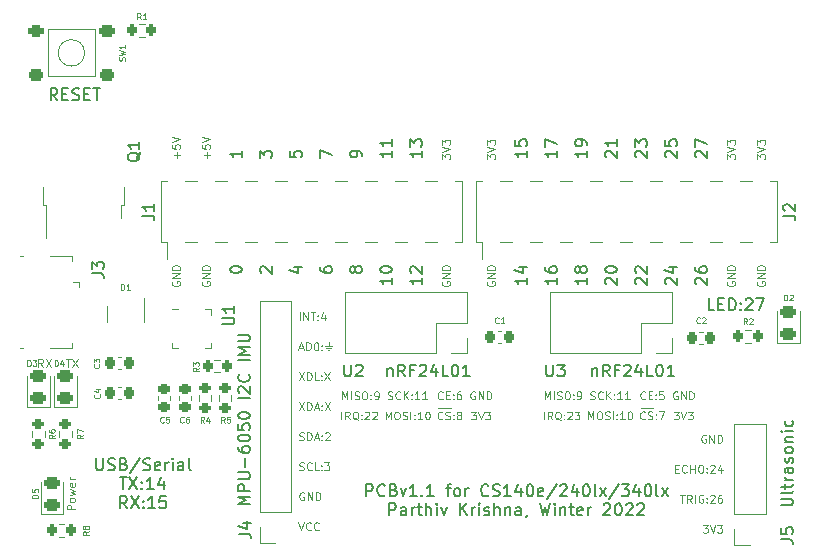
<source format=gbr>
%TF.GenerationSoftware,KiCad,Pcbnew,(6.0.9-dirty)*%
%TF.CreationDate,2022-12-30T08:50:27-06:00*%
%TF.ProjectId,parthiv_pcb_v2,70617274-6869-4765-9f70-63625f76322e,rev?*%
%TF.SameCoordinates,Original*%
%TF.FileFunction,Legend,Top*%
%TF.FilePolarity,Positive*%
%FSLAX46Y46*%
G04 Gerber Fmt 4.6, Leading zero omitted, Abs format (unit mm)*
G04 Created by KiCad (PCBNEW (6.0.9-dirty)) date 2022-12-30 08:50:27*
%MOMM*%
%LPD*%
G01*
G04 APERTURE LIST*
G04 Aperture macros list*
%AMRoundRect*
0 Rectangle with rounded corners*
0 $1 Rounding radius*
0 $2 $3 $4 $5 $6 $7 $8 $9 X,Y pos of 4 corners*
0 Add a 4 corners polygon primitive as box body*
4,1,4,$2,$3,$4,$5,$6,$7,$8,$9,$2,$3,0*
0 Add four circle primitives for the rounded corners*
1,1,$1+$1,$2,$3*
1,1,$1+$1,$4,$5*
1,1,$1+$1,$6,$7*
1,1,$1+$1,$8,$9*
0 Add four rect primitives between the rounded corners*
20,1,$1+$1,$2,$3,$4,$5,0*
20,1,$1+$1,$4,$5,$6,$7,0*
20,1,$1+$1,$6,$7,$8,$9,0*
20,1,$1+$1,$8,$9,$2,$3,0*%
G04 Aperture macros list end*
%ADD10C,0.100000*%
%ADD11C,0.150000*%
%ADD12C,0.080000*%
%ADD13C,0.120000*%
%ADD14R,1.200000X2.200000*%
%ADD15R,5.800000X6.400000*%
%ADD16RoundRect,0.225000X-0.250000X0.225000X-0.250000X-0.225000X0.250000X-0.225000X0.250000X0.225000X0*%
%ADD17RoundRect,0.243750X0.456250X-0.243750X0.456250X0.243750X-0.456250X0.243750X-0.456250X-0.243750X0*%
%ADD18RoundRect,0.225000X-0.225000X-0.250000X0.225000X-0.250000X0.225000X0.250000X-0.225000X0.250000X0*%
%ADD19RoundRect,0.200000X-0.200000X-0.275000X0.200000X-0.275000X0.200000X0.275000X-0.200000X0.275000X0*%
%ADD20R,1.000000X3.150000*%
%ADD21R,1.700000X1.700000*%
%ADD22O,1.700000X1.700000*%
%ADD23RoundRect,0.200000X-0.275000X0.200000X-0.275000X-0.200000X0.275000X-0.200000X0.275000X0.200000X0*%
%ADD24RoundRect,0.200000X0.200000X0.275000X-0.200000X0.275000X-0.200000X-0.275000X0.200000X-0.275000X0*%
%ADD25RoundRect,0.251500X-0.386000X-0.251500X0.386000X-0.251500X0.386000X0.251500X-0.386000X0.251500X0*%
%ADD26RoundRect,0.257750X-0.379750X-0.257750X0.379750X-0.257750X0.379750X0.257750X-0.379750X0.257750X0*%
%ADD27RoundRect,0.237500X-0.387500X-0.237500X0.387500X-0.237500X0.387500X0.237500X-0.387500X0.237500X0*%
%ADD28R,0.300000X0.300000*%
%ADD29R,0.900000X0.300000*%
%ADD30R,0.300000X0.900000*%
%ADD31R,1.800000X1.800000*%
%ADD32R,1.350000X0.400000*%
%ADD33C,1.450000*%
%ADD34R,1.900000X1.200000*%
%ADD35R,1.900000X1.500000*%
%ADD36O,1.900000X1.200000*%
%ADD37RoundRect,0.225000X0.225000X0.250000X-0.225000X0.250000X-0.225000X-0.250000X0.225000X-0.250000X0*%
%ADD38R,1.000000X0.700000*%
%ADD39R,0.600000X0.700000*%
%ADD40RoundRect,0.200000X0.275000X-0.200000X0.275000X0.200000X-0.275000X0.200000X-0.275000X-0.200000X0*%
G04 APERTURE END LIST*
D10*
X156141000Y-119757000D02*
X157226000Y-119757000D01*
X138996000Y-119761000D02*
X140081000Y-119761000D01*
D11*
X132910714Y-127197380D02*
X132910714Y-126197380D01*
X133291666Y-126197380D01*
X133386904Y-126245000D01*
X133434523Y-126292619D01*
X133482142Y-126387857D01*
X133482142Y-126530714D01*
X133434523Y-126625952D01*
X133386904Y-126673571D01*
X133291666Y-126721190D01*
X132910714Y-126721190D01*
X134482142Y-127102142D02*
X134434523Y-127149761D01*
X134291666Y-127197380D01*
X134196428Y-127197380D01*
X134053571Y-127149761D01*
X133958333Y-127054523D01*
X133910714Y-126959285D01*
X133863095Y-126768809D01*
X133863095Y-126625952D01*
X133910714Y-126435476D01*
X133958333Y-126340238D01*
X134053571Y-126245000D01*
X134196428Y-126197380D01*
X134291666Y-126197380D01*
X134434523Y-126245000D01*
X134482142Y-126292619D01*
X135244047Y-126673571D02*
X135386904Y-126721190D01*
X135434523Y-126768809D01*
X135482142Y-126864047D01*
X135482142Y-127006904D01*
X135434523Y-127102142D01*
X135386904Y-127149761D01*
X135291666Y-127197380D01*
X134910714Y-127197380D01*
X134910714Y-126197380D01*
X135244047Y-126197380D01*
X135339285Y-126245000D01*
X135386904Y-126292619D01*
X135434523Y-126387857D01*
X135434523Y-126483095D01*
X135386904Y-126578333D01*
X135339285Y-126625952D01*
X135244047Y-126673571D01*
X134910714Y-126673571D01*
X135815476Y-126530714D02*
X136053571Y-127197380D01*
X136291666Y-126530714D01*
X137196428Y-127197380D02*
X136625000Y-127197380D01*
X136910714Y-127197380D02*
X136910714Y-126197380D01*
X136815476Y-126340238D01*
X136720238Y-126435476D01*
X136625000Y-126483095D01*
X137625000Y-127102142D02*
X137672619Y-127149761D01*
X137625000Y-127197380D01*
X137577380Y-127149761D01*
X137625000Y-127102142D01*
X137625000Y-127197380D01*
X138625000Y-127197380D02*
X138053571Y-127197380D01*
X138339285Y-127197380D02*
X138339285Y-126197380D01*
X138244047Y-126340238D01*
X138148809Y-126435476D01*
X138053571Y-126483095D01*
X139672619Y-126530714D02*
X140053571Y-126530714D01*
X139815476Y-127197380D02*
X139815476Y-126340238D01*
X139863095Y-126245000D01*
X139958333Y-126197380D01*
X140053571Y-126197380D01*
X140529761Y-127197380D02*
X140434523Y-127149761D01*
X140386904Y-127102142D01*
X140339285Y-127006904D01*
X140339285Y-126721190D01*
X140386904Y-126625952D01*
X140434523Y-126578333D01*
X140529761Y-126530714D01*
X140672619Y-126530714D01*
X140767857Y-126578333D01*
X140815476Y-126625952D01*
X140863095Y-126721190D01*
X140863095Y-127006904D01*
X140815476Y-127102142D01*
X140767857Y-127149761D01*
X140672619Y-127197380D01*
X140529761Y-127197380D01*
X141291666Y-127197380D02*
X141291666Y-126530714D01*
X141291666Y-126721190D02*
X141339285Y-126625952D01*
X141386904Y-126578333D01*
X141482142Y-126530714D01*
X141577380Y-126530714D01*
X143244047Y-127102142D02*
X143196428Y-127149761D01*
X143053571Y-127197380D01*
X142958333Y-127197380D01*
X142815476Y-127149761D01*
X142720238Y-127054523D01*
X142672619Y-126959285D01*
X142625000Y-126768809D01*
X142625000Y-126625952D01*
X142672619Y-126435476D01*
X142720238Y-126340238D01*
X142815476Y-126245000D01*
X142958333Y-126197380D01*
X143053571Y-126197380D01*
X143196428Y-126245000D01*
X143244047Y-126292619D01*
X143625000Y-127149761D02*
X143767857Y-127197380D01*
X144005952Y-127197380D01*
X144101190Y-127149761D01*
X144148809Y-127102142D01*
X144196428Y-127006904D01*
X144196428Y-126911666D01*
X144148809Y-126816428D01*
X144101190Y-126768809D01*
X144005952Y-126721190D01*
X143815476Y-126673571D01*
X143720238Y-126625952D01*
X143672619Y-126578333D01*
X143625000Y-126483095D01*
X143625000Y-126387857D01*
X143672619Y-126292619D01*
X143720238Y-126245000D01*
X143815476Y-126197380D01*
X144053571Y-126197380D01*
X144196428Y-126245000D01*
X145148809Y-127197380D02*
X144577380Y-127197380D01*
X144863095Y-127197380D02*
X144863095Y-126197380D01*
X144767857Y-126340238D01*
X144672619Y-126435476D01*
X144577380Y-126483095D01*
X146005952Y-126530714D02*
X146005952Y-127197380D01*
X145767857Y-126149761D02*
X145529761Y-126864047D01*
X146148809Y-126864047D01*
X146720238Y-126197380D02*
X146815476Y-126197380D01*
X146910714Y-126245000D01*
X146958333Y-126292619D01*
X147005952Y-126387857D01*
X147053571Y-126578333D01*
X147053571Y-126816428D01*
X147005952Y-127006904D01*
X146958333Y-127102142D01*
X146910714Y-127149761D01*
X146815476Y-127197380D01*
X146720238Y-127197380D01*
X146625000Y-127149761D01*
X146577380Y-127102142D01*
X146529761Y-127006904D01*
X146482142Y-126816428D01*
X146482142Y-126578333D01*
X146529761Y-126387857D01*
X146577380Y-126292619D01*
X146625000Y-126245000D01*
X146720238Y-126197380D01*
X147863095Y-127149761D02*
X147767857Y-127197380D01*
X147577380Y-127197380D01*
X147482142Y-127149761D01*
X147434523Y-127054523D01*
X147434523Y-126673571D01*
X147482142Y-126578333D01*
X147577380Y-126530714D01*
X147767857Y-126530714D01*
X147863095Y-126578333D01*
X147910714Y-126673571D01*
X147910714Y-126768809D01*
X147434523Y-126864047D01*
X149053571Y-126149761D02*
X148196428Y-127435476D01*
X149339285Y-126292619D02*
X149386904Y-126245000D01*
X149482142Y-126197380D01*
X149720238Y-126197380D01*
X149815476Y-126245000D01*
X149863095Y-126292619D01*
X149910714Y-126387857D01*
X149910714Y-126483095D01*
X149863095Y-126625952D01*
X149291666Y-127197380D01*
X149910714Y-127197380D01*
X150767857Y-126530714D02*
X150767857Y-127197380D01*
X150529761Y-126149761D02*
X150291666Y-126864047D01*
X150910714Y-126864047D01*
X151482142Y-126197380D02*
X151577380Y-126197380D01*
X151672619Y-126245000D01*
X151720238Y-126292619D01*
X151767857Y-126387857D01*
X151815476Y-126578333D01*
X151815476Y-126816428D01*
X151767857Y-127006904D01*
X151720238Y-127102142D01*
X151672619Y-127149761D01*
X151577380Y-127197380D01*
X151482142Y-127197380D01*
X151386904Y-127149761D01*
X151339285Y-127102142D01*
X151291666Y-127006904D01*
X151244047Y-126816428D01*
X151244047Y-126578333D01*
X151291666Y-126387857D01*
X151339285Y-126292619D01*
X151386904Y-126245000D01*
X151482142Y-126197380D01*
X152386904Y-127197380D02*
X152291666Y-127149761D01*
X152244047Y-127054523D01*
X152244047Y-126197380D01*
X152672619Y-127197380D02*
X153196428Y-126530714D01*
X152672619Y-126530714D02*
X153196428Y-127197380D01*
X154291666Y-126149761D02*
X153434523Y-127435476D01*
X154529761Y-126197380D02*
X155148809Y-126197380D01*
X154815476Y-126578333D01*
X154958333Y-126578333D01*
X155053571Y-126625952D01*
X155101190Y-126673571D01*
X155148809Y-126768809D01*
X155148809Y-127006904D01*
X155101190Y-127102142D01*
X155053571Y-127149761D01*
X154958333Y-127197380D01*
X154672619Y-127197380D01*
X154577380Y-127149761D01*
X154529761Y-127102142D01*
X156005952Y-126530714D02*
X156005952Y-127197380D01*
X155767857Y-126149761D02*
X155529761Y-126864047D01*
X156148809Y-126864047D01*
X156720238Y-126197380D02*
X156815476Y-126197380D01*
X156910714Y-126245000D01*
X156958333Y-126292619D01*
X157005952Y-126387857D01*
X157053571Y-126578333D01*
X157053571Y-126816428D01*
X157005952Y-127006904D01*
X156958333Y-127102142D01*
X156910714Y-127149761D01*
X156815476Y-127197380D01*
X156720238Y-127197380D01*
X156625000Y-127149761D01*
X156577380Y-127102142D01*
X156529761Y-127006904D01*
X156482142Y-126816428D01*
X156482142Y-126578333D01*
X156529761Y-126387857D01*
X156577380Y-126292619D01*
X156625000Y-126245000D01*
X156720238Y-126197380D01*
X157625000Y-127197380D02*
X157529761Y-127149761D01*
X157482142Y-127054523D01*
X157482142Y-126197380D01*
X157910714Y-127197380D02*
X158434523Y-126530714D01*
X157910714Y-126530714D02*
X158434523Y-127197380D01*
X134863095Y-128807380D02*
X134863095Y-127807380D01*
X135244047Y-127807380D01*
X135339285Y-127855000D01*
X135386904Y-127902619D01*
X135434523Y-127997857D01*
X135434523Y-128140714D01*
X135386904Y-128235952D01*
X135339285Y-128283571D01*
X135244047Y-128331190D01*
X134863095Y-128331190D01*
X136291666Y-128807380D02*
X136291666Y-128283571D01*
X136244047Y-128188333D01*
X136148809Y-128140714D01*
X135958333Y-128140714D01*
X135863095Y-128188333D01*
X136291666Y-128759761D02*
X136196428Y-128807380D01*
X135958333Y-128807380D01*
X135863095Y-128759761D01*
X135815476Y-128664523D01*
X135815476Y-128569285D01*
X135863095Y-128474047D01*
X135958333Y-128426428D01*
X136196428Y-128426428D01*
X136291666Y-128378809D01*
X136767857Y-128807380D02*
X136767857Y-128140714D01*
X136767857Y-128331190D02*
X136815476Y-128235952D01*
X136863095Y-128188333D01*
X136958333Y-128140714D01*
X137053571Y-128140714D01*
X137244047Y-128140714D02*
X137625000Y-128140714D01*
X137386904Y-127807380D02*
X137386904Y-128664523D01*
X137434523Y-128759761D01*
X137529761Y-128807380D01*
X137625000Y-128807380D01*
X137958333Y-128807380D02*
X137958333Y-127807380D01*
X138386904Y-128807380D02*
X138386904Y-128283571D01*
X138339285Y-128188333D01*
X138244047Y-128140714D01*
X138101190Y-128140714D01*
X138005952Y-128188333D01*
X137958333Y-128235952D01*
X138863095Y-128807380D02*
X138863095Y-128140714D01*
X138863095Y-127807380D02*
X138815476Y-127855000D01*
X138863095Y-127902619D01*
X138910714Y-127855000D01*
X138863095Y-127807380D01*
X138863095Y-127902619D01*
X139244047Y-128140714D02*
X139482142Y-128807380D01*
X139720238Y-128140714D01*
X140863095Y-128807380D02*
X140863095Y-127807380D01*
X141434523Y-128807380D02*
X141005952Y-128235952D01*
X141434523Y-127807380D02*
X140863095Y-128378809D01*
X141863095Y-128807380D02*
X141863095Y-128140714D01*
X141863095Y-128331190D02*
X141910714Y-128235952D01*
X141958333Y-128188333D01*
X142053571Y-128140714D01*
X142148809Y-128140714D01*
X142482142Y-128807380D02*
X142482142Y-128140714D01*
X142482142Y-127807380D02*
X142434523Y-127855000D01*
X142482142Y-127902619D01*
X142529761Y-127855000D01*
X142482142Y-127807380D01*
X142482142Y-127902619D01*
X142910714Y-128759761D02*
X143005952Y-128807380D01*
X143196428Y-128807380D01*
X143291666Y-128759761D01*
X143339285Y-128664523D01*
X143339285Y-128616904D01*
X143291666Y-128521666D01*
X143196428Y-128474047D01*
X143053571Y-128474047D01*
X142958333Y-128426428D01*
X142910714Y-128331190D01*
X142910714Y-128283571D01*
X142958333Y-128188333D01*
X143053571Y-128140714D01*
X143196428Y-128140714D01*
X143291666Y-128188333D01*
X143767857Y-128807380D02*
X143767857Y-127807380D01*
X144196428Y-128807380D02*
X144196428Y-128283571D01*
X144148809Y-128188333D01*
X144053571Y-128140714D01*
X143910714Y-128140714D01*
X143815476Y-128188333D01*
X143767857Y-128235952D01*
X144672619Y-128140714D02*
X144672619Y-128807380D01*
X144672619Y-128235952D02*
X144720238Y-128188333D01*
X144815476Y-128140714D01*
X144958333Y-128140714D01*
X145053571Y-128188333D01*
X145101190Y-128283571D01*
X145101190Y-128807380D01*
X146005952Y-128807380D02*
X146005952Y-128283571D01*
X145958333Y-128188333D01*
X145863095Y-128140714D01*
X145672619Y-128140714D01*
X145577380Y-128188333D01*
X146005952Y-128759761D02*
X145910714Y-128807380D01*
X145672619Y-128807380D01*
X145577380Y-128759761D01*
X145529761Y-128664523D01*
X145529761Y-128569285D01*
X145577380Y-128474047D01*
X145672619Y-128426428D01*
X145910714Y-128426428D01*
X146005952Y-128378809D01*
X146529761Y-128759761D02*
X146529761Y-128807380D01*
X146482142Y-128902619D01*
X146434523Y-128950238D01*
X147625000Y-127807380D02*
X147863095Y-128807380D01*
X148053571Y-128093095D01*
X148244047Y-128807380D01*
X148482142Y-127807380D01*
X148863095Y-128807380D02*
X148863095Y-128140714D01*
X148863095Y-127807380D02*
X148815476Y-127855000D01*
X148863095Y-127902619D01*
X148910714Y-127855000D01*
X148863095Y-127807380D01*
X148863095Y-127902619D01*
X149339285Y-128140714D02*
X149339285Y-128807380D01*
X149339285Y-128235952D02*
X149386904Y-128188333D01*
X149482142Y-128140714D01*
X149625000Y-128140714D01*
X149720238Y-128188333D01*
X149767857Y-128283571D01*
X149767857Y-128807380D01*
X150101190Y-128140714D02*
X150482142Y-128140714D01*
X150244047Y-127807380D02*
X150244047Y-128664523D01*
X150291666Y-128759761D01*
X150386904Y-128807380D01*
X150482142Y-128807380D01*
X151196428Y-128759761D02*
X151101190Y-128807380D01*
X150910714Y-128807380D01*
X150815476Y-128759761D01*
X150767857Y-128664523D01*
X150767857Y-128283571D01*
X150815476Y-128188333D01*
X150910714Y-128140714D01*
X151101190Y-128140714D01*
X151196428Y-128188333D01*
X151244047Y-128283571D01*
X151244047Y-128378809D01*
X150767857Y-128474047D01*
X151672619Y-128807380D02*
X151672619Y-128140714D01*
X151672619Y-128331190D02*
X151720238Y-128235952D01*
X151767857Y-128188333D01*
X151863095Y-128140714D01*
X151958333Y-128140714D01*
X153005952Y-127902619D02*
X153053571Y-127855000D01*
X153148809Y-127807380D01*
X153386904Y-127807380D01*
X153482142Y-127855000D01*
X153529761Y-127902619D01*
X153577380Y-127997857D01*
X153577380Y-128093095D01*
X153529761Y-128235952D01*
X152958333Y-128807380D01*
X153577380Y-128807380D01*
X154196428Y-127807380D02*
X154291666Y-127807380D01*
X154386904Y-127855000D01*
X154434523Y-127902619D01*
X154482142Y-127997857D01*
X154529761Y-128188333D01*
X154529761Y-128426428D01*
X154482142Y-128616904D01*
X154434523Y-128712142D01*
X154386904Y-128759761D01*
X154291666Y-128807380D01*
X154196428Y-128807380D01*
X154101190Y-128759761D01*
X154053571Y-128712142D01*
X154005952Y-128616904D01*
X153958333Y-128426428D01*
X153958333Y-128188333D01*
X154005952Y-127997857D01*
X154053571Y-127902619D01*
X154101190Y-127855000D01*
X154196428Y-127807380D01*
X154910714Y-127902619D02*
X154958333Y-127855000D01*
X155053571Y-127807380D01*
X155291666Y-127807380D01*
X155386904Y-127855000D01*
X155434523Y-127902619D01*
X155482142Y-127997857D01*
X155482142Y-128093095D01*
X155434523Y-128235952D01*
X154863095Y-128807380D01*
X155482142Y-128807380D01*
X155863095Y-127902619D02*
X155910714Y-127855000D01*
X156005952Y-127807380D01*
X156244047Y-127807380D01*
X156339285Y-127855000D01*
X156386904Y-127902619D01*
X156434523Y-127997857D01*
X156434523Y-128093095D01*
X156386904Y-128235952D01*
X155815476Y-128807380D01*
X156434523Y-128807380D01*
X149042380Y-108682357D02*
X149042380Y-109253785D01*
X149042380Y-108968071D02*
X148042380Y-108968071D01*
X148185238Y-109063309D01*
X148280476Y-109158547D01*
X148328095Y-109253785D01*
X148042380Y-107825214D02*
X148042380Y-108015690D01*
X148090000Y-108110928D01*
X148137619Y-108158547D01*
X148280476Y-108253785D01*
X148470952Y-108301404D01*
X148851904Y-108301404D01*
X148947142Y-108253785D01*
X148994761Y-108206166D01*
X149042380Y-108110928D01*
X149042380Y-107920452D01*
X148994761Y-107825214D01*
X148947142Y-107777595D01*
X148851904Y-107729976D01*
X148613809Y-107729976D01*
X148518571Y-107777595D01*
X148470952Y-107825214D01*
X148423333Y-107920452D01*
X148423333Y-108110928D01*
X148470952Y-108206166D01*
X148518571Y-108253785D01*
X148613809Y-108301404D01*
X131960952Y-108110928D02*
X131913333Y-108206166D01*
X131865714Y-108253785D01*
X131770476Y-108301404D01*
X131722857Y-108301404D01*
X131627619Y-108253785D01*
X131580000Y-108206166D01*
X131532380Y-108110928D01*
X131532380Y-107920452D01*
X131580000Y-107825214D01*
X131627619Y-107777595D01*
X131722857Y-107729976D01*
X131770476Y-107729976D01*
X131865714Y-107777595D01*
X131913333Y-107825214D01*
X131960952Y-107920452D01*
X131960952Y-108110928D01*
X132008571Y-108206166D01*
X132056190Y-108253785D01*
X132151428Y-108301404D01*
X132341904Y-108301404D01*
X132437142Y-108253785D01*
X132484761Y-108206166D01*
X132532380Y-108110928D01*
X132532380Y-107920452D01*
X132484761Y-107825214D01*
X132437142Y-107777595D01*
X132341904Y-107729976D01*
X132151428Y-107729976D01*
X132056190Y-107777595D01*
X132008571Y-107825214D01*
X131960952Y-107920452D01*
D10*
X127237619Y-122430190D02*
X127333333Y-122462095D01*
X127492857Y-122462095D01*
X127556666Y-122430190D01*
X127588571Y-122398285D01*
X127620476Y-122334476D01*
X127620476Y-122270666D01*
X127588571Y-122206857D01*
X127556666Y-122174952D01*
X127492857Y-122143047D01*
X127365238Y-122111142D01*
X127301428Y-122079238D01*
X127269523Y-122047333D01*
X127237619Y-121983523D01*
X127237619Y-121919714D01*
X127269523Y-121855904D01*
X127301428Y-121824000D01*
X127365238Y-121792095D01*
X127524761Y-121792095D01*
X127620476Y-121824000D01*
X127907619Y-122462095D02*
X127907619Y-121792095D01*
X128067142Y-121792095D01*
X128162857Y-121824000D01*
X128226666Y-121887809D01*
X128258571Y-121951619D01*
X128290476Y-122079238D01*
X128290476Y-122174952D01*
X128258571Y-122302571D01*
X128226666Y-122366380D01*
X128162857Y-122430190D01*
X128067142Y-122462095D01*
X127907619Y-122462095D01*
X128545714Y-122270666D02*
X128864761Y-122270666D01*
X128481904Y-122462095D02*
X128705238Y-121792095D01*
X128928571Y-122462095D01*
X129151904Y-122398285D02*
X129183809Y-122430190D01*
X129151904Y-122462095D01*
X129120000Y-122430190D01*
X129151904Y-122398285D01*
X129151904Y-122462095D01*
X129151904Y-122047333D02*
X129183809Y-122079238D01*
X129151904Y-122111142D01*
X129120000Y-122079238D01*
X129151904Y-122047333D01*
X129151904Y-122111142D01*
X129439047Y-121855904D02*
X129470952Y-121824000D01*
X129534761Y-121792095D01*
X129694285Y-121792095D01*
X129758095Y-121824000D01*
X129790000Y-121855904D01*
X129821904Y-121919714D01*
X129821904Y-121983523D01*
X129790000Y-122079238D01*
X129407142Y-122462095D01*
X129821904Y-122462095D01*
X163463095Y-98645285D02*
X163463095Y-98230523D01*
X163718333Y-98453857D01*
X163718333Y-98358142D01*
X163750238Y-98294333D01*
X163782142Y-98262428D01*
X163845952Y-98230523D01*
X164005476Y-98230523D01*
X164069285Y-98262428D01*
X164101190Y-98294333D01*
X164133095Y-98358142D01*
X164133095Y-98549571D01*
X164101190Y-98613380D01*
X164069285Y-98645285D01*
X163463095Y-98039095D02*
X164133095Y-97815761D01*
X163463095Y-97592428D01*
X163463095Y-97432904D02*
X163463095Y-97018142D01*
X163718333Y-97241476D01*
X163718333Y-97145761D01*
X163750238Y-97081952D01*
X163782142Y-97050047D01*
X163845952Y-97018142D01*
X164005476Y-97018142D01*
X164069285Y-97050047D01*
X164101190Y-97081952D01*
X164133095Y-97145761D01*
X164133095Y-97337190D01*
X164101190Y-97401000D01*
X164069285Y-97432904D01*
D11*
X123912380Y-98565642D02*
X123912380Y-97946595D01*
X124293333Y-98279928D01*
X124293333Y-98137071D01*
X124340952Y-98041833D01*
X124388571Y-97994214D01*
X124483809Y-97946595D01*
X124721904Y-97946595D01*
X124817142Y-97994214D01*
X124864761Y-98041833D01*
X124912380Y-98137071D01*
X124912380Y-98422785D01*
X124864761Y-98518023D01*
X124817142Y-98565642D01*
X151582380Y-97946595D02*
X151582380Y-98518023D01*
X151582380Y-98232309D02*
X150582380Y-98232309D01*
X150725238Y-98327547D01*
X150820476Y-98422785D01*
X150868095Y-98518023D01*
X151582380Y-97470404D02*
X151582380Y-97279928D01*
X151534761Y-97184690D01*
X151487142Y-97137071D01*
X151344285Y-97041833D01*
X151153809Y-96994214D01*
X150772857Y-96994214D01*
X150677619Y-97041833D01*
X150630000Y-97089452D01*
X150582380Y-97184690D01*
X150582380Y-97375166D01*
X150630000Y-97470404D01*
X150677619Y-97518023D01*
X150772857Y-97565642D01*
X151010952Y-97565642D01*
X151106190Y-97518023D01*
X151153809Y-97470404D01*
X151201428Y-97375166D01*
X151201428Y-97184690D01*
X151153809Y-97089452D01*
X151106190Y-97041833D01*
X151010952Y-96994214D01*
D10*
X139365000Y-109038428D02*
X139333095Y-109102238D01*
X139333095Y-109197952D01*
X139365000Y-109293666D01*
X139428809Y-109357476D01*
X139492619Y-109389380D01*
X139620238Y-109421285D01*
X139715952Y-109421285D01*
X139843571Y-109389380D01*
X139907380Y-109357476D01*
X139971190Y-109293666D01*
X140003095Y-109197952D01*
X140003095Y-109134142D01*
X139971190Y-109038428D01*
X139939285Y-109006523D01*
X139715952Y-109006523D01*
X139715952Y-109134142D01*
X140003095Y-108719380D02*
X139333095Y-108719380D01*
X140003095Y-108336523D01*
X139333095Y-108336523D01*
X140003095Y-108017476D02*
X139333095Y-108017476D01*
X139333095Y-107857952D01*
X139365000Y-107762238D01*
X139428809Y-107698428D01*
X139492619Y-107666523D01*
X139620238Y-107634619D01*
X139715952Y-107634619D01*
X139843571Y-107666523D01*
X139907380Y-107698428D01*
X139971190Y-107762238D01*
X140003095Y-107857952D01*
X140003095Y-108017476D01*
X139379714Y-118935285D02*
X139347809Y-118967190D01*
X139252095Y-118999095D01*
X139188285Y-118999095D01*
X139092571Y-118967190D01*
X139028761Y-118903380D01*
X138996857Y-118839571D01*
X138964952Y-118711952D01*
X138964952Y-118616238D01*
X138996857Y-118488619D01*
X139028761Y-118424809D01*
X139092571Y-118361000D01*
X139188285Y-118329095D01*
X139252095Y-118329095D01*
X139347809Y-118361000D01*
X139379714Y-118392904D01*
X139666857Y-118648142D02*
X139890190Y-118648142D01*
X139985904Y-118999095D02*
X139666857Y-118999095D01*
X139666857Y-118329095D01*
X139985904Y-118329095D01*
X140273047Y-118935285D02*
X140304952Y-118967190D01*
X140273047Y-118999095D01*
X140241142Y-118967190D01*
X140273047Y-118935285D01*
X140273047Y-118999095D01*
X140273047Y-118584333D02*
X140304952Y-118616238D01*
X140273047Y-118648142D01*
X140241142Y-118616238D01*
X140273047Y-118584333D01*
X140273047Y-118648142D01*
X140879238Y-118329095D02*
X140751619Y-118329095D01*
X140687809Y-118361000D01*
X140655904Y-118392904D01*
X140592095Y-118488619D01*
X140560190Y-118616238D01*
X140560190Y-118871476D01*
X140592095Y-118935285D01*
X140624000Y-118967190D01*
X140687809Y-118999095D01*
X140815428Y-118999095D01*
X140879238Y-118967190D01*
X140911142Y-118935285D01*
X140943047Y-118871476D01*
X140943047Y-118711952D01*
X140911142Y-118648142D01*
X140879238Y-118616238D01*
X140815428Y-118584333D01*
X140687809Y-118584333D01*
X140624000Y-118616238D01*
X140592095Y-118648142D01*
X140560190Y-118711952D01*
D11*
X122372380Y-97946595D02*
X122372380Y-98518023D01*
X122372380Y-98232309D02*
X121372380Y-98232309D01*
X121515238Y-98327547D01*
X121610476Y-98422785D01*
X121658095Y-98518023D01*
X128992380Y-107825214D02*
X128992380Y-108015690D01*
X129040000Y-108110928D01*
X129087619Y-108158547D01*
X129230476Y-108253785D01*
X129420952Y-108301404D01*
X129801904Y-108301404D01*
X129897142Y-108253785D01*
X129944761Y-108206166D01*
X129992380Y-108110928D01*
X129992380Y-107920452D01*
X129944761Y-107825214D01*
X129897142Y-107777595D01*
X129801904Y-107729976D01*
X129563809Y-107729976D01*
X129468571Y-107777595D01*
X129420952Y-107825214D01*
X129373333Y-107920452D01*
X129373333Y-108110928D01*
X129420952Y-108206166D01*
X129468571Y-108253785D01*
X129563809Y-108301404D01*
X121372380Y-108063309D02*
X121372380Y-107968071D01*
X121420000Y-107872833D01*
X121467619Y-107825214D01*
X121562857Y-107777595D01*
X121753333Y-107729976D01*
X121991428Y-107729976D01*
X122181904Y-107777595D01*
X122277142Y-107825214D01*
X122324761Y-107872833D01*
X122372380Y-107968071D01*
X122372380Y-108063309D01*
X122324761Y-108158547D01*
X122277142Y-108206166D01*
X122181904Y-108253785D01*
X121991428Y-108301404D01*
X121753333Y-108301404D01*
X121562857Y-108253785D01*
X121467619Y-108206166D01*
X121420000Y-108158547D01*
X121372380Y-108063309D01*
D10*
X156508761Y-120631285D02*
X156476857Y-120663190D01*
X156381142Y-120695095D01*
X156317333Y-120695095D01*
X156221619Y-120663190D01*
X156157809Y-120599380D01*
X156125904Y-120535571D01*
X156094000Y-120407952D01*
X156094000Y-120312238D01*
X156125904Y-120184619D01*
X156157809Y-120120809D01*
X156221619Y-120057000D01*
X156317333Y-120025095D01*
X156381142Y-120025095D01*
X156476857Y-120057000D01*
X156508761Y-120088904D01*
X156764000Y-120663190D02*
X156859714Y-120695095D01*
X157019238Y-120695095D01*
X157083047Y-120663190D01*
X157114952Y-120631285D01*
X157146857Y-120567476D01*
X157146857Y-120503666D01*
X157114952Y-120439857D01*
X157083047Y-120407952D01*
X157019238Y-120376047D01*
X156891619Y-120344142D01*
X156827809Y-120312238D01*
X156795904Y-120280333D01*
X156764000Y-120216523D01*
X156764000Y-120152714D01*
X156795904Y-120088904D01*
X156827809Y-120057000D01*
X156891619Y-120025095D01*
X157051142Y-120025095D01*
X157146857Y-120057000D01*
X157434000Y-120631285D02*
X157465904Y-120663190D01*
X157434000Y-120695095D01*
X157402095Y-120663190D01*
X157434000Y-120631285D01*
X157434000Y-120695095D01*
X157434000Y-120280333D02*
X157465904Y-120312238D01*
X157434000Y-120344142D01*
X157402095Y-120312238D01*
X157434000Y-120280333D01*
X157434000Y-120344142D01*
X157689238Y-120025095D02*
X158135904Y-120025095D01*
X157848761Y-120695095D01*
X161426038Y-129630295D02*
X161840800Y-129630295D01*
X161617466Y-129885533D01*
X161713180Y-129885533D01*
X161776990Y-129917438D01*
X161808895Y-129949342D01*
X161840800Y-130013152D01*
X161840800Y-130172676D01*
X161808895Y-130236485D01*
X161776990Y-130268390D01*
X161713180Y-130300295D01*
X161521752Y-130300295D01*
X161457942Y-130268390D01*
X161426038Y-130236485D01*
X162032228Y-129630295D02*
X162255561Y-130300295D01*
X162478895Y-129630295D01*
X162638419Y-129630295D02*
X163053180Y-129630295D01*
X162829847Y-129885533D01*
X162925561Y-129885533D01*
X162989371Y-129917438D01*
X163021276Y-129949342D01*
X163053180Y-130013152D01*
X163053180Y-130172676D01*
X163021276Y-130236485D01*
X162989371Y-130268390D01*
X162925561Y-130300295D01*
X162734133Y-130300295D01*
X162670323Y-130268390D01*
X162638419Y-130236485D01*
D11*
X153217619Y-98518023D02*
X153170000Y-98470404D01*
X153122380Y-98375166D01*
X153122380Y-98137071D01*
X153170000Y-98041833D01*
X153217619Y-97994214D01*
X153312857Y-97946595D01*
X153408095Y-97946595D01*
X153550952Y-97994214D01*
X154122380Y-98565642D01*
X154122380Y-97946595D01*
X154122380Y-96994214D02*
X154122380Y-97565642D01*
X154122380Y-97279928D02*
X153122380Y-97279928D01*
X153265238Y-97375166D01*
X153360476Y-97470404D01*
X153408095Y-97565642D01*
X149042380Y-97946595D02*
X149042380Y-98518023D01*
X149042380Y-98232309D02*
X148042380Y-98232309D01*
X148185238Y-98327547D01*
X148280476Y-98422785D01*
X148328095Y-98518023D01*
X148042380Y-97613261D02*
X148042380Y-96946595D01*
X149042380Y-97375166D01*
D10*
X139333095Y-98645285D02*
X139333095Y-98230523D01*
X139588333Y-98453857D01*
X139588333Y-98358142D01*
X139620238Y-98294333D01*
X139652142Y-98262428D01*
X139715952Y-98230523D01*
X139875476Y-98230523D01*
X139939285Y-98262428D01*
X139971190Y-98294333D01*
X140003095Y-98358142D01*
X140003095Y-98549571D01*
X139971190Y-98613380D01*
X139939285Y-98645285D01*
X139333095Y-98039095D02*
X140003095Y-97815761D01*
X139333095Y-97592428D01*
X139333095Y-97432904D02*
X139333095Y-97018142D01*
X139588333Y-97241476D01*
X139588333Y-97145761D01*
X139620238Y-97081952D01*
X139652142Y-97050047D01*
X139715952Y-97018142D01*
X139875476Y-97018142D01*
X139939285Y-97050047D01*
X139971190Y-97081952D01*
X140003095Y-97145761D01*
X140003095Y-97337190D01*
X139971190Y-97401000D01*
X139939285Y-97432904D01*
D11*
X135072380Y-97946595D02*
X135072380Y-98518023D01*
X135072380Y-98232309D02*
X134072380Y-98232309D01*
X134215238Y-98327547D01*
X134310476Y-98422785D01*
X134358095Y-98518023D01*
X135072380Y-96994214D02*
X135072380Y-97565642D01*
X135072380Y-97279928D02*
X134072380Y-97279928D01*
X134215238Y-97375166D01*
X134310476Y-97470404D01*
X134358095Y-97565642D01*
D10*
X127205714Y-119252095D02*
X127652380Y-119922095D01*
X127652380Y-119252095D02*
X127205714Y-119922095D01*
X127907619Y-119922095D02*
X127907619Y-119252095D01*
X128067142Y-119252095D01*
X128162857Y-119284000D01*
X128226666Y-119347809D01*
X128258571Y-119411619D01*
X128290476Y-119539238D01*
X128290476Y-119634952D01*
X128258571Y-119762571D01*
X128226666Y-119826380D01*
X128162857Y-119890190D01*
X128067142Y-119922095D01*
X127907619Y-119922095D01*
X128545714Y-119730666D02*
X128864761Y-119730666D01*
X128481904Y-119922095D02*
X128705238Y-119252095D01*
X128928571Y-119922095D01*
X129151904Y-119858285D02*
X129183809Y-119890190D01*
X129151904Y-119922095D01*
X129120000Y-119890190D01*
X129151904Y-119858285D01*
X129151904Y-119922095D01*
X129151904Y-119507333D02*
X129183809Y-119539238D01*
X129151904Y-119571142D01*
X129120000Y-119539238D01*
X129151904Y-119507333D01*
X129151904Y-119571142D01*
X129407142Y-119252095D02*
X129853809Y-119922095D01*
X129853809Y-119252095D02*
X129407142Y-119922095D01*
D11*
X132532380Y-98422785D02*
X132532380Y-98232309D01*
X132484761Y-98137071D01*
X132437142Y-98089452D01*
X132294285Y-97994214D01*
X132103809Y-97946595D01*
X131722857Y-97946595D01*
X131627619Y-97994214D01*
X131580000Y-98041833D01*
X131532380Y-98137071D01*
X131532380Y-98327547D01*
X131580000Y-98422785D01*
X131627619Y-98470404D01*
X131722857Y-98518023D01*
X131960952Y-98518023D01*
X132056190Y-98470404D01*
X132103809Y-98422785D01*
X132151428Y-98327547D01*
X132151428Y-98137071D01*
X132103809Y-98041833D01*
X132056190Y-97994214D01*
X131960952Y-97946595D01*
D10*
X127620476Y-126904000D02*
X127556666Y-126872095D01*
X127460952Y-126872095D01*
X127365238Y-126904000D01*
X127301428Y-126967809D01*
X127269523Y-127031619D01*
X127237619Y-127159238D01*
X127237619Y-127254952D01*
X127269523Y-127382571D01*
X127301428Y-127446380D01*
X127365238Y-127510190D01*
X127460952Y-127542095D01*
X127524761Y-127542095D01*
X127620476Y-127510190D01*
X127652380Y-127478285D01*
X127652380Y-127254952D01*
X127524761Y-127254952D01*
X127939523Y-127542095D02*
X127939523Y-126872095D01*
X128322380Y-127542095D01*
X128322380Y-126872095D01*
X128641428Y-127542095D02*
X128641428Y-126872095D01*
X128800952Y-126872095D01*
X128896666Y-126904000D01*
X128960476Y-126967809D01*
X128992380Y-127031619D01*
X129024285Y-127159238D01*
X129024285Y-127254952D01*
X128992380Y-127382571D01*
X128960476Y-127446380D01*
X128896666Y-127510190D01*
X128800952Y-127542095D01*
X128641428Y-127542095D01*
D11*
X137612380Y-97946595D02*
X137612380Y-98518023D01*
X137612380Y-98232309D02*
X136612380Y-98232309D01*
X136755238Y-98327547D01*
X136850476Y-98422785D01*
X136898095Y-98518023D01*
X136612380Y-97613261D02*
X136612380Y-96994214D01*
X136993333Y-97327547D01*
X136993333Y-97184690D01*
X137040952Y-97089452D01*
X137088571Y-97041833D01*
X137183809Y-96994214D01*
X137421904Y-96994214D01*
X137517142Y-97041833D01*
X137564761Y-97089452D01*
X137612380Y-97184690D01*
X137612380Y-97470404D01*
X137564761Y-97565642D01*
X137517142Y-97613261D01*
X153217619Y-109253785D02*
X153170000Y-109206166D01*
X153122380Y-109110928D01*
X153122380Y-108872833D01*
X153170000Y-108777595D01*
X153217619Y-108729976D01*
X153312857Y-108682357D01*
X153408095Y-108682357D01*
X153550952Y-108729976D01*
X154122380Y-109301404D01*
X154122380Y-108682357D01*
X153122380Y-108063309D02*
X153122380Y-107968071D01*
X153170000Y-107872833D01*
X153217619Y-107825214D01*
X153312857Y-107777595D01*
X153503333Y-107729976D01*
X153741428Y-107729976D01*
X153931904Y-107777595D01*
X154027142Y-107825214D01*
X154074761Y-107872833D01*
X154122380Y-107968071D01*
X154122380Y-108063309D01*
X154074761Y-108158547D01*
X154027142Y-108206166D01*
X153931904Y-108253785D01*
X153741428Y-108301404D01*
X153503333Y-108301404D01*
X153312857Y-108253785D01*
X153217619Y-108206166D01*
X153170000Y-108158547D01*
X153122380Y-108063309D01*
X155757619Y-98518023D02*
X155710000Y-98470404D01*
X155662380Y-98375166D01*
X155662380Y-98137071D01*
X155710000Y-98041833D01*
X155757619Y-97994214D01*
X155852857Y-97946595D01*
X155948095Y-97946595D01*
X156090952Y-97994214D01*
X156662380Y-98565642D01*
X156662380Y-97946595D01*
X155662380Y-97613261D02*
X155662380Y-96994214D01*
X156043333Y-97327547D01*
X156043333Y-97184690D01*
X156090952Y-97089452D01*
X156138571Y-97041833D01*
X156233809Y-96994214D01*
X156471904Y-96994214D01*
X156567142Y-97041833D01*
X156614761Y-97089452D01*
X156662380Y-97184690D01*
X156662380Y-97470404D01*
X156614761Y-97565642D01*
X156567142Y-97613261D01*
D10*
X107489523Y-115583095D02*
X107872380Y-115583095D01*
X107680952Y-116253095D02*
X107680952Y-115583095D01*
X108031904Y-115583095D02*
X108478571Y-116253095D01*
X108478571Y-115583095D02*
X108031904Y-116253095D01*
X130868571Y-119003095D02*
X130868571Y-118333095D01*
X131091904Y-118811666D01*
X131315238Y-118333095D01*
X131315238Y-119003095D01*
X131634285Y-119003095D02*
X131634285Y-118333095D01*
X131921428Y-118971190D02*
X132017142Y-119003095D01*
X132176666Y-119003095D01*
X132240476Y-118971190D01*
X132272380Y-118939285D01*
X132304285Y-118875476D01*
X132304285Y-118811666D01*
X132272380Y-118747857D01*
X132240476Y-118715952D01*
X132176666Y-118684047D01*
X132049047Y-118652142D01*
X131985238Y-118620238D01*
X131953333Y-118588333D01*
X131921428Y-118524523D01*
X131921428Y-118460714D01*
X131953333Y-118396904D01*
X131985238Y-118365000D01*
X132049047Y-118333095D01*
X132208571Y-118333095D01*
X132304285Y-118365000D01*
X132719047Y-118333095D02*
X132846666Y-118333095D01*
X132910476Y-118365000D01*
X132974285Y-118428809D01*
X133006190Y-118556428D01*
X133006190Y-118779761D01*
X132974285Y-118907380D01*
X132910476Y-118971190D01*
X132846666Y-119003095D01*
X132719047Y-119003095D01*
X132655238Y-118971190D01*
X132591428Y-118907380D01*
X132559523Y-118779761D01*
X132559523Y-118556428D01*
X132591428Y-118428809D01*
X132655238Y-118365000D01*
X132719047Y-118333095D01*
X133293333Y-118939285D02*
X133325238Y-118971190D01*
X133293333Y-119003095D01*
X133261428Y-118971190D01*
X133293333Y-118939285D01*
X133293333Y-119003095D01*
X133293333Y-118588333D02*
X133325238Y-118620238D01*
X133293333Y-118652142D01*
X133261428Y-118620238D01*
X133293333Y-118588333D01*
X133293333Y-118652142D01*
X133644285Y-119003095D02*
X133771904Y-119003095D01*
X133835714Y-118971190D01*
X133867619Y-118939285D01*
X133931428Y-118843571D01*
X133963333Y-118715952D01*
X133963333Y-118460714D01*
X133931428Y-118396904D01*
X133899523Y-118365000D01*
X133835714Y-118333095D01*
X133708095Y-118333095D01*
X133644285Y-118365000D01*
X133612380Y-118396904D01*
X133580476Y-118460714D01*
X133580476Y-118620238D01*
X133612380Y-118684047D01*
X133644285Y-118715952D01*
X133708095Y-118747857D01*
X133835714Y-118747857D01*
X133899523Y-118715952D01*
X133931428Y-118684047D01*
X133963333Y-118620238D01*
X151692523Y-120695095D02*
X151692523Y-120025095D01*
X151915857Y-120503666D01*
X152139190Y-120025095D01*
X152139190Y-120695095D01*
X152585857Y-120025095D02*
X152713476Y-120025095D01*
X152777285Y-120057000D01*
X152841095Y-120120809D01*
X152873000Y-120248428D01*
X152873000Y-120471761D01*
X152841095Y-120599380D01*
X152777285Y-120663190D01*
X152713476Y-120695095D01*
X152585857Y-120695095D01*
X152522047Y-120663190D01*
X152458238Y-120599380D01*
X152426333Y-120471761D01*
X152426333Y-120248428D01*
X152458238Y-120120809D01*
X152522047Y-120057000D01*
X152585857Y-120025095D01*
X153128238Y-120663190D02*
X153223952Y-120695095D01*
X153383476Y-120695095D01*
X153447285Y-120663190D01*
X153479190Y-120631285D01*
X153511095Y-120567476D01*
X153511095Y-120503666D01*
X153479190Y-120439857D01*
X153447285Y-120407952D01*
X153383476Y-120376047D01*
X153255857Y-120344142D01*
X153192047Y-120312238D01*
X153160142Y-120280333D01*
X153128238Y-120216523D01*
X153128238Y-120152714D01*
X153160142Y-120088904D01*
X153192047Y-120057000D01*
X153255857Y-120025095D01*
X153415380Y-120025095D01*
X153511095Y-120057000D01*
X153798238Y-120695095D02*
X153798238Y-120025095D01*
X154117285Y-120631285D02*
X154149190Y-120663190D01*
X154117285Y-120695095D01*
X154085380Y-120663190D01*
X154117285Y-120631285D01*
X154117285Y-120695095D01*
X154117285Y-120280333D02*
X154149190Y-120312238D01*
X154117285Y-120344142D01*
X154085380Y-120312238D01*
X154117285Y-120280333D01*
X154117285Y-120344142D01*
X154787285Y-120695095D02*
X154404428Y-120695095D01*
X154595857Y-120695095D02*
X154595857Y-120025095D01*
X154532047Y-120120809D01*
X154468238Y-120184619D01*
X154404428Y-120216523D01*
X155202047Y-120025095D02*
X155265857Y-120025095D01*
X155329666Y-120057000D01*
X155361571Y-120088904D01*
X155393476Y-120152714D01*
X155425380Y-120280333D01*
X155425380Y-120439857D01*
X155393476Y-120567476D01*
X155361571Y-120631285D01*
X155329666Y-120663190D01*
X155265857Y-120695095D01*
X155202047Y-120695095D01*
X155138238Y-120663190D01*
X155106333Y-120631285D01*
X155074428Y-120567476D01*
X155042523Y-120439857D01*
X155042523Y-120280333D01*
X155074428Y-120152714D01*
X155106333Y-120088904D01*
X155138238Y-120057000D01*
X155202047Y-120025095D01*
X156524714Y-118931285D02*
X156492809Y-118963190D01*
X156397095Y-118995095D01*
X156333285Y-118995095D01*
X156237571Y-118963190D01*
X156173761Y-118899380D01*
X156141857Y-118835571D01*
X156109952Y-118707952D01*
X156109952Y-118612238D01*
X156141857Y-118484619D01*
X156173761Y-118420809D01*
X156237571Y-118357000D01*
X156333285Y-118325095D01*
X156397095Y-118325095D01*
X156492809Y-118357000D01*
X156524714Y-118388904D01*
X156811857Y-118644142D02*
X157035190Y-118644142D01*
X157130904Y-118995095D02*
X156811857Y-118995095D01*
X156811857Y-118325095D01*
X157130904Y-118325095D01*
X157418047Y-118931285D02*
X157449952Y-118963190D01*
X157418047Y-118995095D01*
X157386142Y-118963190D01*
X157418047Y-118931285D01*
X157418047Y-118995095D01*
X157418047Y-118580333D02*
X157449952Y-118612238D01*
X157418047Y-118644142D01*
X157386142Y-118612238D01*
X157418047Y-118580333D01*
X157418047Y-118644142D01*
X158056142Y-118325095D02*
X157737095Y-118325095D01*
X157705190Y-118644142D01*
X157737095Y-118612238D01*
X157800904Y-118580333D01*
X157960428Y-118580333D01*
X158024238Y-118612238D01*
X158056142Y-118644142D01*
X158088047Y-118707952D01*
X158088047Y-118867476D01*
X158056142Y-118931285D01*
X158024238Y-118963190D01*
X157960428Y-118995095D01*
X157800904Y-118995095D01*
X157737095Y-118963190D01*
X157705190Y-118931285D01*
X158936476Y-120029095D02*
X159351238Y-120029095D01*
X159127904Y-120284333D01*
X159223619Y-120284333D01*
X159287428Y-120316238D01*
X159319333Y-120348142D01*
X159351238Y-120411952D01*
X159351238Y-120571476D01*
X159319333Y-120635285D01*
X159287428Y-120667190D01*
X159223619Y-120699095D01*
X159032190Y-120699095D01*
X158968380Y-120667190D01*
X158936476Y-120635285D01*
X159542666Y-120029095D02*
X159766000Y-120699095D01*
X159989333Y-120029095D01*
X160148857Y-120029095D02*
X160563619Y-120029095D01*
X160340285Y-120284333D01*
X160436000Y-120284333D01*
X160499809Y-120316238D01*
X160531714Y-120348142D01*
X160563619Y-120411952D01*
X160563619Y-120571476D01*
X160531714Y-120635285D01*
X160499809Y-120667190D01*
X160436000Y-120699095D01*
X160244571Y-120699095D01*
X160180761Y-120667190D01*
X160148857Y-120635285D01*
X127269523Y-112302095D02*
X127269523Y-111632095D01*
X127588571Y-112302095D02*
X127588571Y-111632095D01*
X127971428Y-112302095D01*
X127971428Y-111632095D01*
X128194761Y-111632095D02*
X128577619Y-111632095D01*
X128386190Y-112302095D02*
X128386190Y-111632095D01*
X128800952Y-112238285D02*
X128832857Y-112270190D01*
X128800952Y-112302095D01*
X128769047Y-112270190D01*
X128800952Y-112238285D01*
X128800952Y-112302095D01*
X128800952Y-111887333D02*
X128832857Y-111919238D01*
X128800952Y-111951142D01*
X128769047Y-111919238D01*
X128800952Y-111887333D01*
X128800952Y-111951142D01*
X129407142Y-111855428D02*
X129407142Y-112302095D01*
X129247619Y-111600190D02*
X129088095Y-112078761D01*
X129502857Y-112078761D01*
X143143095Y-98645285D02*
X143143095Y-98230523D01*
X143398333Y-98453857D01*
X143398333Y-98358142D01*
X143430238Y-98294333D01*
X143462142Y-98262428D01*
X143525952Y-98230523D01*
X143685476Y-98230523D01*
X143749285Y-98262428D01*
X143781190Y-98294333D01*
X143813095Y-98358142D01*
X143813095Y-98549571D01*
X143781190Y-98613380D01*
X143749285Y-98645285D01*
X143143095Y-98039095D02*
X143813095Y-97815761D01*
X143143095Y-97592428D01*
X143143095Y-97432904D02*
X143143095Y-97018142D01*
X143398333Y-97241476D01*
X143398333Y-97145761D01*
X143430238Y-97081952D01*
X143462142Y-97050047D01*
X143525952Y-97018142D01*
X143685476Y-97018142D01*
X143749285Y-97050047D01*
X143781190Y-97081952D01*
X143813095Y-97145761D01*
X143813095Y-97337190D01*
X143781190Y-97401000D01*
X143749285Y-97432904D01*
X159065085Y-124869342D02*
X159288419Y-124869342D01*
X159384133Y-125220295D02*
X159065085Y-125220295D01*
X159065085Y-124550295D01*
X159384133Y-124550295D01*
X160054133Y-125156485D02*
X160022228Y-125188390D01*
X159926514Y-125220295D01*
X159862704Y-125220295D01*
X159766990Y-125188390D01*
X159703180Y-125124580D01*
X159671276Y-125060771D01*
X159639371Y-124933152D01*
X159639371Y-124837438D01*
X159671276Y-124709819D01*
X159703180Y-124646009D01*
X159766990Y-124582200D01*
X159862704Y-124550295D01*
X159926514Y-124550295D01*
X160022228Y-124582200D01*
X160054133Y-124614104D01*
X160341276Y-125220295D02*
X160341276Y-124550295D01*
X160341276Y-124869342D02*
X160724133Y-124869342D01*
X160724133Y-125220295D02*
X160724133Y-124550295D01*
X161170800Y-124550295D02*
X161298419Y-124550295D01*
X161362228Y-124582200D01*
X161426038Y-124646009D01*
X161457942Y-124773628D01*
X161457942Y-124996961D01*
X161426038Y-125124580D01*
X161362228Y-125188390D01*
X161298419Y-125220295D01*
X161170800Y-125220295D01*
X161106990Y-125188390D01*
X161043180Y-125124580D01*
X161011276Y-124996961D01*
X161011276Y-124773628D01*
X161043180Y-124646009D01*
X161106990Y-124582200D01*
X161170800Y-124550295D01*
X161745085Y-125156485D02*
X161776990Y-125188390D01*
X161745085Y-125220295D01*
X161713180Y-125188390D01*
X161745085Y-125156485D01*
X161745085Y-125220295D01*
X161745085Y-124805533D02*
X161776990Y-124837438D01*
X161745085Y-124869342D01*
X161713180Y-124837438D01*
X161745085Y-124805533D01*
X161745085Y-124869342D01*
X162032228Y-124614104D02*
X162064133Y-124582200D01*
X162127942Y-124550295D01*
X162287466Y-124550295D01*
X162351276Y-124582200D01*
X162383180Y-124614104D01*
X162415085Y-124677914D01*
X162415085Y-124741723D01*
X162383180Y-124837438D01*
X162000323Y-125220295D01*
X162415085Y-125220295D01*
X162989371Y-124773628D02*
X162989371Y-125220295D01*
X162829847Y-124518390D02*
X162670323Y-124996961D01*
X163085085Y-124996961D01*
X127173809Y-129412095D02*
X127397142Y-130082095D01*
X127620476Y-129412095D01*
X128226666Y-130018285D02*
X128194761Y-130050190D01*
X128099047Y-130082095D01*
X128035238Y-130082095D01*
X127939523Y-130050190D01*
X127875714Y-129986380D01*
X127843809Y-129922571D01*
X127811904Y-129794952D01*
X127811904Y-129699238D01*
X127843809Y-129571619D01*
X127875714Y-129507809D01*
X127939523Y-129444000D01*
X128035238Y-129412095D01*
X128099047Y-129412095D01*
X128194761Y-129444000D01*
X128226666Y-129475904D01*
X128896666Y-130018285D02*
X128864761Y-130050190D01*
X128769047Y-130082095D01*
X128705238Y-130082095D01*
X128609523Y-130050190D01*
X128545714Y-129986380D01*
X128513809Y-129922571D01*
X128481904Y-129794952D01*
X128481904Y-129699238D01*
X128513809Y-129571619D01*
X128545714Y-129507809D01*
X128609523Y-129444000D01*
X128705238Y-129412095D01*
X128769047Y-129412095D01*
X128864761Y-129444000D01*
X128896666Y-129475904D01*
X151883952Y-118963190D02*
X151979666Y-118995095D01*
X152139190Y-118995095D01*
X152203000Y-118963190D01*
X152234904Y-118931285D01*
X152266809Y-118867476D01*
X152266809Y-118803666D01*
X152234904Y-118739857D01*
X152203000Y-118707952D01*
X152139190Y-118676047D01*
X152011571Y-118644142D01*
X151947761Y-118612238D01*
X151915857Y-118580333D01*
X151883952Y-118516523D01*
X151883952Y-118452714D01*
X151915857Y-118388904D01*
X151947761Y-118357000D01*
X152011571Y-118325095D01*
X152171095Y-118325095D01*
X152266809Y-118357000D01*
X152936809Y-118931285D02*
X152904904Y-118963190D01*
X152809190Y-118995095D01*
X152745380Y-118995095D01*
X152649666Y-118963190D01*
X152585857Y-118899380D01*
X152553952Y-118835571D01*
X152522047Y-118707952D01*
X152522047Y-118612238D01*
X152553952Y-118484619D01*
X152585857Y-118420809D01*
X152649666Y-118357000D01*
X152745380Y-118325095D01*
X152809190Y-118325095D01*
X152904904Y-118357000D01*
X152936809Y-118388904D01*
X153223952Y-118995095D02*
X153223952Y-118325095D01*
X153606809Y-118995095D02*
X153319666Y-118612238D01*
X153606809Y-118325095D02*
X153223952Y-118707952D01*
X153893952Y-118931285D02*
X153925857Y-118963190D01*
X153893952Y-118995095D01*
X153862047Y-118963190D01*
X153893952Y-118931285D01*
X153893952Y-118995095D01*
X153893952Y-118580333D02*
X153925857Y-118612238D01*
X153893952Y-118644142D01*
X153862047Y-118612238D01*
X153893952Y-118580333D01*
X153893952Y-118644142D01*
X154563952Y-118995095D02*
X154181095Y-118995095D01*
X154372523Y-118995095D02*
X154372523Y-118325095D01*
X154308714Y-118420809D01*
X154244904Y-118484619D01*
X154181095Y-118516523D01*
X155202047Y-118995095D02*
X154819190Y-118995095D01*
X155010619Y-118995095D02*
X155010619Y-118325095D01*
X154946809Y-118420809D01*
X154883000Y-118484619D01*
X154819190Y-118516523D01*
D11*
X160837619Y-98518023D02*
X160790000Y-98470404D01*
X160742380Y-98375166D01*
X160742380Y-98137071D01*
X160790000Y-98041833D01*
X160837619Y-97994214D01*
X160932857Y-97946595D01*
X161028095Y-97946595D01*
X161170952Y-97994214D01*
X161742380Y-98565642D01*
X161742380Y-97946595D01*
X160742380Y-97613261D02*
X160742380Y-96946595D01*
X161742380Y-97375166D01*
D10*
X159479847Y-127090295D02*
X159862704Y-127090295D01*
X159671276Y-127760295D02*
X159671276Y-127090295D01*
X160468895Y-127760295D02*
X160245561Y-127441247D01*
X160086038Y-127760295D02*
X160086038Y-127090295D01*
X160341276Y-127090295D01*
X160405085Y-127122200D01*
X160436990Y-127154104D01*
X160468895Y-127217914D01*
X160468895Y-127313628D01*
X160436990Y-127377438D01*
X160405085Y-127409342D01*
X160341276Y-127441247D01*
X160086038Y-127441247D01*
X160756038Y-127760295D02*
X160756038Y-127090295D01*
X161426038Y-127122200D02*
X161362228Y-127090295D01*
X161266514Y-127090295D01*
X161170800Y-127122200D01*
X161106990Y-127186009D01*
X161075085Y-127249819D01*
X161043180Y-127377438D01*
X161043180Y-127473152D01*
X161075085Y-127600771D01*
X161106990Y-127664580D01*
X161170800Y-127728390D01*
X161266514Y-127760295D01*
X161330323Y-127760295D01*
X161426038Y-127728390D01*
X161457942Y-127696485D01*
X161457942Y-127473152D01*
X161330323Y-127473152D01*
X161745085Y-127696485D02*
X161776990Y-127728390D01*
X161745085Y-127760295D01*
X161713180Y-127728390D01*
X161745085Y-127696485D01*
X161745085Y-127760295D01*
X161745085Y-127345533D02*
X161776990Y-127377438D01*
X161745085Y-127409342D01*
X161713180Y-127377438D01*
X161745085Y-127345533D01*
X161745085Y-127409342D01*
X162032228Y-127154104D02*
X162064133Y-127122200D01*
X162127942Y-127090295D01*
X162287466Y-127090295D01*
X162351276Y-127122200D01*
X162383180Y-127154104D01*
X162415085Y-127217914D01*
X162415085Y-127281723D01*
X162383180Y-127377438D01*
X162000323Y-127760295D01*
X162415085Y-127760295D01*
X162989371Y-127090295D02*
X162861752Y-127090295D01*
X162797942Y-127122200D01*
X162766038Y-127154104D01*
X162702228Y-127249819D01*
X162670323Y-127377438D01*
X162670323Y-127632676D01*
X162702228Y-127696485D01*
X162734133Y-127728390D01*
X162797942Y-127760295D01*
X162925561Y-127760295D01*
X162989371Y-127728390D01*
X163021276Y-127696485D01*
X163053180Y-127632676D01*
X163053180Y-127473152D01*
X163021276Y-127409342D01*
X162989371Y-127377438D01*
X162925561Y-127345533D01*
X162797942Y-127345533D01*
X162734133Y-127377438D01*
X162702228Y-127409342D01*
X162670323Y-127473152D01*
X130816428Y-120703095D02*
X130816428Y-120033095D01*
X131518333Y-120703095D02*
X131295000Y-120384047D01*
X131135476Y-120703095D02*
X131135476Y-120033095D01*
X131390714Y-120033095D01*
X131454523Y-120065000D01*
X131486428Y-120096904D01*
X131518333Y-120160714D01*
X131518333Y-120256428D01*
X131486428Y-120320238D01*
X131454523Y-120352142D01*
X131390714Y-120384047D01*
X131135476Y-120384047D01*
X132252142Y-120766904D02*
X132188333Y-120735000D01*
X132124523Y-120671190D01*
X132028809Y-120575476D01*
X131965000Y-120543571D01*
X131901190Y-120543571D01*
X131933095Y-120703095D02*
X131869285Y-120671190D01*
X131805476Y-120607380D01*
X131773571Y-120479761D01*
X131773571Y-120256428D01*
X131805476Y-120128809D01*
X131869285Y-120065000D01*
X131933095Y-120033095D01*
X132060714Y-120033095D01*
X132124523Y-120065000D01*
X132188333Y-120128809D01*
X132220238Y-120256428D01*
X132220238Y-120479761D01*
X132188333Y-120607380D01*
X132124523Y-120671190D01*
X132060714Y-120703095D01*
X131933095Y-120703095D01*
X132507380Y-120639285D02*
X132539285Y-120671190D01*
X132507380Y-120703095D01*
X132475476Y-120671190D01*
X132507380Y-120639285D01*
X132507380Y-120703095D01*
X132507380Y-120288333D02*
X132539285Y-120320238D01*
X132507380Y-120352142D01*
X132475476Y-120320238D01*
X132507380Y-120288333D01*
X132507380Y-120352142D01*
X132794523Y-120096904D02*
X132826428Y-120065000D01*
X132890238Y-120033095D01*
X133049761Y-120033095D01*
X133113571Y-120065000D01*
X133145476Y-120096904D01*
X133177380Y-120160714D01*
X133177380Y-120224523D01*
X133145476Y-120320238D01*
X132762619Y-120703095D01*
X133177380Y-120703095D01*
X133432619Y-120096904D02*
X133464523Y-120065000D01*
X133528333Y-120033095D01*
X133687857Y-120033095D01*
X133751666Y-120065000D01*
X133783571Y-120096904D01*
X133815476Y-120160714D01*
X133815476Y-120224523D01*
X133783571Y-120320238D01*
X133400714Y-120703095D01*
X133815476Y-120703095D01*
D11*
X110047619Y-123992380D02*
X110047619Y-124801904D01*
X110095238Y-124897142D01*
X110142857Y-124944761D01*
X110238095Y-124992380D01*
X110428571Y-124992380D01*
X110523809Y-124944761D01*
X110571428Y-124897142D01*
X110619047Y-124801904D01*
X110619047Y-123992380D01*
X111047619Y-124944761D02*
X111190476Y-124992380D01*
X111428571Y-124992380D01*
X111523809Y-124944761D01*
X111571428Y-124897142D01*
X111619047Y-124801904D01*
X111619047Y-124706666D01*
X111571428Y-124611428D01*
X111523809Y-124563809D01*
X111428571Y-124516190D01*
X111238095Y-124468571D01*
X111142857Y-124420952D01*
X111095238Y-124373333D01*
X111047619Y-124278095D01*
X111047619Y-124182857D01*
X111095238Y-124087619D01*
X111142857Y-124040000D01*
X111238095Y-123992380D01*
X111476190Y-123992380D01*
X111619047Y-124040000D01*
X112380952Y-124468571D02*
X112523809Y-124516190D01*
X112571428Y-124563809D01*
X112619047Y-124659047D01*
X112619047Y-124801904D01*
X112571428Y-124897142D01*
X112523809Y-124944761D01*
X112428571Y-124992380D01*
X112047619Y-124992380D01*
X112047619Y-123992380D01*
X112380952Y-123992380D01*
X112476190Y-124040000D01*
X112523809Y-124087619D01*
X112571428Y-124182857D01*
X112571428Y-124278095D01*
X112523809Y-124373333D01*
X112476190Y-124420952D01*
X112380952Y-124468571D01*
X112047619Y-124468571D01*
X113761904Y-123944761D02*
X112904761Y-125230476D01*
X114047619Y-124944761D02*
X114190476Y-124992380D01*
X114428571Y-124992380D01*
X114523809Y-124944761D01*
X114571428Y-124897142D01*
X114619047Y-124801904D01*
X114619047Y-124706666D01*
X114571428Y-124611428D01*
X114523809Y-124563809D01*
X114428571Y-124516190D01*
X114238095Y-124468571D01*
X114142857Y-124420952D01*
X114095238Y-124373333D01*
X114047619Y-124278095D01*
X114047619Y-124182857D01*
X114095238Y-124087619D01*
X114142857Y-124040000D01*
X114238095Y-123992380D01*
X114476190Y-123992380D01*
X114619047Y-124040000D01*
X115428571Y-124944761D02*
X115333333Y-124992380D01*
X115142857Y-124992380D01*
X115047619Y-124944761D01*
X115000000Y-124849523D01*
X115000000Y-124468571D01*
X115047619Y-124373333D01*
X115142857Y-124325714D01*
X115333333Y-124325714D01*
X115428571Y-124373333D01*
X115476190Y-124468571D01*
X115476190Y-124563809D01*
X115000000Y-124659047D01*
X115904761Y-124992380D02*
X115904761Y-124325714D01*
X115904761Y-124516190D02*
X115952380Y-124420952D01*
X116000000Y-124373333D01*
X116095238Y-124325714D01*
X116190476Y-124325714D01*
X116523809Y-124992380D02*
X116523809Y-124325714D01*
X116523809Y-123992380D02*
X116476190Y-124040000D01*
X116523809Y-124087619D01*
X116571428Y-124040000D01*
X116523809Y-123992380D01*
X116523809Y-124087619D01*
X117428571Y-124992380D02*
X117428571Y-124468571D01*
X117380952Y-124373333D01*
X117285714Y-124325714D01*
X117095238Y-124325714D01*
X117000000Y-124373333D01*
X117428571Y-124944761D02*
X117333333Y-124992380D01*
X117095238Y-124992380D01*
X117000000Y-124944761D01*
X116952380Y-124849523D01*
X116952380Y-124754285D01*
X117000000Y-124659047D01*
X117095238Y-124611428D01*
X117333333Y-124611428D01*
X117428571Y-124563809D01*
X118047619Y-124992380D02*
X117952380Y-124944761D01*
X117904761Y-124849523D01*
X117904761Y-123992380D01*
X112047619Y-125602380D02*
X112619047Y-125602380D01*
X112333333Y-126602380D02*
X112333333Y-125602380D01*
X112857142Y-125602380D02*
X113523809Y-126602380D01*
X113523809Y-125602380D02*
X112857142Y-126602380D01*
X113904761Y-126507142D02*
X113952380Y-126554761D01*
X113904761Y-126602380D01*
X113857142Y-126554761D01*
X113904761Y-126507142D01*
X113904761Y-126602380D01*
X113904761Y-125983333D02*
X113952380Y-126030952D01*
X113904761Y-126078571D01*
X113857142Y-126030952D01*
X113904761Y-125983333D01*
X113904761Y-126078571D01*
X114904761Y-126602380D02*
X114333333Y-126602380D01*
X114619047Y-126602380D02*
X114619047Y-125602380D01*
X114523809Y-125745238D01*
X114428571Y-125840476D01*
X114333333Y-125888095D01*
X115761904Y-125935714D02*
X115761904Y-126602380D01*
X115523809Y-125554761D02*
X115285714Y-126269047D01*
X115904761Y-126269047D01*
X112642857Y-128212380D02*
X112309523Y-127736190D01*
X112071428Y-128212380D02*
X112071428Y-127212380D01*
X112452380Y-127212380D01*
X112547619Y-127260000D01*
X112595238Y-127307619D01*
X112642857Y-127402857D01*
X112642857Y-127545714D01*
X112595238Y-127640952D01*
X112547619Y-127688571D01*
X112452380Y-127736190D01*
X112071428Y-127736190D01*
X112976190Y-127212380D02*
X113642857Y-128212380D01*
X113642857Y-127212380D02*
X112976190Y-128212380D01*
X114023809Y-128117142D02*
X114071428Y-128164761D01*
X114023809Y-128212380D01*
X113976190Y-128164761D01*
X114023809Y-128117142D01*
X114023809Y-128212380D01*
X114023809Y-127593333D02*
X114071428Y-127640952D01*
X114023809Y-127688571D01*
X113976190Y-127640952D01*
X114023809Y-127593333D01*
X114023809Y-127688571D01*
X115023809Y-128212380D02*
X114452380Y-128212380D01*
X114738095Y-128212380D02*
X114738095Y-127212380D01*
X114642857Y-127355238D01*
X114547619Y-127450476D01*
X114452380Y-127498095D01*
X115928571Y-127212380D02*
X115452380Y-127212380D01*
X115404761Y-127688571D01*
X115452380Y-127640952D01*
X115547619Y-127593333D01*
X115785714Y-127593333D01*
X115880952Y-127640952D01*
X115928571Y-127688571D01*
X115976190Y-127783809D01*
X115976190Y-128021904D01*
X115928571Y-128117142D01*
X115880952Y-128164761D01*
X115785714Y-128212380D01*
X115547619Y-128212380D01*
X115452380Y-128164761D01*
X115404761Y-128117142D01*
D10*
X105538333Y-116253095D02*
X105315000Y-115934047D01*
X105155476Y-116253095D02*
X105155476Y-115583095D01*
X105410714Y-115583095D01*
X105474523Y-115615000D01*
X105506428Y-115646904D01*
X105538333Y-115710714D01*
X105538333Y-115806428D01*
X105506428Y-115870238D01*
X105474523Y-115902142D01*
X105410714Y-115934047D01*
X105155476Y-115934047D01*
X105761666Y-115583095D02*
X106208333Y-116253095D01*
X106208333Y-115583095D02*
X105761666Y-116253095D01*
D11*
X106751619Y-93670380D02*
X106418285Y-93194190D01*
X106180190Y-93670380D02*
X106180190Y-92670380D01*
X106561142Y-92670380D01*
X106656380Y-92718000D01*
X106704000Y-92765619D01*
X106751619Y-92860857D01*
X106751619Y-93003714D01*
X106704000Y-93098952D01*
X106656380Y-93146571D01*
X106561142Y-93194190D01*
X106180190Y-93194190D01*
X107180190Y-93146571D02*
X107513523Y-93146571D01*
X107656380Y-93670380D02*
X107180190Y-93670380D01*
X107180190Y-92670380D01*
X107656380Y-92670380D01*
X108037333Y-93622761D02*
X108180190Y-93670380D01*
X108418285Y-93670380D01*
X108513523Y-93622761D01*
X108561142Y-93575142D01*
X108608761Y-93479904D01*
X108608761Y-93384666D01*
X108561142Y-93289428D01*
X108513523Y-93241809D01*
X108418285Y-93194190D01*
X108227809Y-93146571D01*
X108132571Y-93098952D01*
X108084952Y-93051333D01*
X108037333Y-92956095D01*
X108037333Y-92860857D01*
X108084952Y-92765619D01*
X108132571Y-92718000D01*
X108227809Y-92670380D01*
X108465904Y-92670380D01*
X108608761Y-92718000D01*
X109037333Y-93146571D02*
X109370666Y-93146571D01*
X109513523Y-93670380D02*
X109037333Y-93670380D01*
X109037333Y-92670380D01*
X109513523Y-92670380D01*
X109799238Y-92670380D02*
X110370666Y-92670380D01*
X110084952Y-93670380D02*
X110084952Y-92670380D01*
D10*
X141791476Y-120033095D02*
X142206238Y-120033095D01*
X141982904Y-120288333D01*
X142078619Y-120288333D01*
X142142428Y-120320238D01*
X142174333Y-120352142D01*
X142206238Y-120415952D01*
X142206238Y-120575476D01*
X142174333Y-120639285D01*
X142142428Y-120671190D01*
X142078619Y-120703095D01*
X141887190Y-120703095D01*
X141823380Y-120671190D01*
X141791476Y-120639285D01*
X142397666Y-120033095D02*
X142621000Y-120703095D01*
X142844333Y-120033095D01*
X143003857Y-120033095D02*
X143418619Y-120033095D01*
X143195285Y-120288333D01*
X143291000Y-120288333D01*
X143354809Y-120320238D01*
X143386714Y-120352142D01*
X143418619Y-120415952D01*
X143418619Y-120575476D01*
X143386714Y-120639285D01*
X143354809Y-120671190D01*
X143291000Y-120703095D01*
X143099571Y-120703095D01*
X143035761Y-120671190D01*
X143003857Y-120639285D01*
D11*
X160837619Y-109253785D02*
X160790000Y-109206166D01*
X160742380Y-109110928D01*
X160742380Y-108872833D01*
X160790000Y-108777595D01*
X160837619Y-108729976D01*
X160932857Y-108682357D01*
X161028095Y-108682357D01*
X161170952Y-108729976D01*
X161742380Y-109301404D01*
X161742380Y-108682357D01*
X160742380Y-107825214D02*
X160742380Y-108015690D01*
X160790000Y-108110928D01*
X160837619Y-108158547D01*
X160980476Y-108253785D01*
X161170952Y-108301404D01*
X161551904Y-108301404D01*
X161647142Y-108253785D01*
X161694761Y-108206166D01*
X161742380Y-108110928D01*
X161742380Y-107920452D01*
X161694761Y-107825214D01*
X161647142Y-107777595D01*
X161551904Y-107729976D01*
X161313809Y-107729976D01*
X161218571Y-107777595D01*
X161170952Y-107825214D01*
X161123333Y-107920452D01*
X161123333Y-108110928D01*
X161170952Y-108206166D01*
X161218571Y-108253785D01*
X161313809Y-108301404D01*
D10*
X161649371Y-122042200D02*
X161585561Y-122010295D01*
X161489847Y-122010295D01*
X161394133Y-122042200D01*
X161330323Y-122106009D01*
X161298419Y-122169819D01*
X161266514Y-122297438D01*
X161266514Y-122393152D01*
X161298419Y-122520771D01*
X161330323Y-122584580D01*
X161394133Y-122648390D01*
X161489847Y-122680295D01*
X161553657Y-122680295D01*
X161649371Y-122648390D01*
X161681276Y-122616485D01*
X161681276Y-122393152D01*
X161553657Y-122393152D01*
X161968419Y-122680295D02*
X161968419Y-122010295D01*
X162351276Y-122680295D01*
X162351276Y-122010295D01*
X162670323Y-122680295D02*
X162670323Y-122010295D01*
X162829847Y-122010295D01*
X162925561Y-122042200D01*
X162989371Y-122106009D01*
X163021276Y-122169819D01*
X163053180Y-122297438D01*
X163053180Y-122393152D01*
X163021276Y-122520771D01*
X162989371Y-122584580D01*
X162925561Y-122648390D01*
X162829847Y-122680295D01*
X162670323Y-122680295D01*
D11*
X152037809Y-116385714D02*
X152037809Y-117052380D01*
X152037809Y-116480952D02*
X152085428Y-116433333D01*
X152180666Y-116385714D01*
X152323523Y-116385714D01*
X152418761Y-116433333D01*
X152466380Y-116528571D01*
X152466380Y-117052380D01*
X153513999Y-117052380D02*
X153180666Y-116576190D01*
X152942570Y-117052380D02*
X152942570Y-116052380D01*
X153323523Y-116052380D01*
X153418761Y-116100000D01*
X153466380Y-116147619D01*
X153513999Y-116242857D01*
X153513999Y-116385714D01*
X153466380Y-116480952D01*
X153418761Y-116528571D01*
X153323523Y-116576190D01*
X152942570Y-116576190D01*
X154275904Y-116528571D02*
X153942570Y-116528571D01*
X153942570Y-117052380D02*
X153942570Y-116052380D01*
X154418761Y-116052380D01*
X154752094Y-116147619D02*
X154799713Y-116100000D01*
X154894951Y-116052380D01*
X155133047Y-116052380D01*
X155228285Y-116100000D01*
X155275904Y-116147619D01*
X155323523Y-116242857D01*
X155323523Y-116338095D01*
X155275904Y-116480952D01*
X154704475Y-117052380D01*
X155323523Y-117052380D01*
X156180666Y-116385714D02*
X156180666Y-117052380D01*
X155942570Y-116004761D02*
X155704475Y-116719047D01*
X156323523Y-116719047D01*
X157180666Y-117052380D02*
X156704475Y-117052380D01*
X156704475Y-116052380D01*
X157704475Y-116052380D02*
X157799713Y-116052380D01*
X157894951Y-116100000D01*
X157942570Y-116147619D01*
X157990190Y-116242857D01*
X158037809Y-116433333D01*
X158037809Y-116671428D01*
X157990190Y-116861904D01*
X157942570Y-116957142D01*
X157894951Y-117004761D01*
X157799713Y-117052380D01*
X157704475Y-117052380D01*
X157609237Y-117004761D01*
X157561618Y-116957142D01*
X157513999Y-116861904D01*
X157466380Y-116671428D01*
X157466380Y-116433333D01*
X157513999Y-116242857D01*
X157561618Y-116147619D01*
X157609237Y-116100000D01*
X157704475Y-116052380D01*
X158990190Y-117052380D02*
X158418761Y-117052380D01*
X158704475Y-117052380D02*
X158704475Y-116052380D01*
X158609237Y-116195238D01*
X158513999Y-116290476D01*
X158418761Y-116338095D01*
D10*
X134547523Y-120699095D02*
X134547523Y-120029095D01*
X134770857Y-120507666D01*
X134994190Y-120029095D01*
X134994190Y-120699095D01*
X135440857Y-120029095D02*
X135568476Y-120029095D01*
X135632285Y-120061000D01*
X135696095Y-120124809D01*
X135728000Y-120252428D01*
X135728000Y-120475761D01*
X135696095Y-120603380D01*
X135632285Y-120667190D01*
X135568476Y-120699095D01*
X135440857Y-120699095D01*
X135377047Y-120667190D01*
X135313238Y-120603380D01*
X135281333Y-120475761D01*
X135281333Y-120252428D01*
X135313238Y-120124809D01*
X135377047Y-120061000D01*
X135440857Y-120029095D01*
X135983238Y-120667190D02*
X136078952Y-120699095D01*
X136238476Y-120699095D01*
X136302285Y-120667190D01*
X136334190Y-120635285D01*
X136366095Y-120571476D01*
X136366095Y-120507666D01*
X136334190Y-120443857D01*
X136302285Y-120411952D01*
X136238476Y-120380047D01*
X136110857Y-120348142D01*
X136047047Y-120316238D01*
X136015142Y-120284333D01*
X135983238Y-120220523D01*
X135983238Y-120156714D01*
X136015142Y-120092904D01*
X136047047Y-120061000D01*
X136110857Y-120029095D01*
X136270380Y-120029095D01*
X136366095Y-120061000D01*
X136653238Y-120699095D02*
X136653238Y-120029095D01*
X136972285Y-120635285D02*
X137004190Y-120667190D01*
X136972285Y-120699095D01*
X136940380Y-120667190D01*
X136972285Y-120635285D01*
X136972285Y-120699095D01*
X136972285Y-120284333D02*
X137004190Y-120316238D01*
X136972285Y-120348142D01*
X136940380Y-120316238D01*
X136972285Y-120284333D01*
X136972285Y-120348142D01*
X137642285Y-120699095D02*
X137259428Y-120699095D01*
X137450857Y-120699095D02*
X137450857Y-120029095D01*
X137387047Y-120124809D01*
X137323238Y-120188619D01*
X137259428Y-120220523D01*
X138057047Y-120029095D02*
X138120857Y-120029095D01*
X138184666Y-120061000D01*
X138216571Y-120092904D01*
X138248476Y-120156714D01*
X138280380Y-120284333D01*
X138280380Y-120443857D01*
X138248476Y-120571476D01*
X138216571Y-120635285D01*
X138184666Y-120667190D01*
X138120857Y-120699095D01*
X138057047Y-120699095D01*
X137993238Y-120667190D01*
X137961333Y-120635285D01*
X137929428Y-120571476D01*
X137897523Y-120443857D01*
X137897523Y-120284333D01*
X137929428Y-120156714D01*
X137961333Y-120092904D01*
X137993238Y-120061000D01*
X138057047Y-120029095D01*
D11*
X151582380Y-108682357D02*
X151582380Y-109253785D01*
X151582380Y-108968071D02*
X150582380Y-108968071D01*
X150725238Y-109063309D01*
X150820476Y-109158547D01*
X150868095Y-109253785D01*
X151010952Y-108110928D02*
X150963333Y-108206166D01*
X150915714Y-108253785D01*
X150820476Y-108301404D01*
X150772857Y-108301404D01*
X150677619Y-108253785D01*
X150630000Y-108206166D01*
X150582380Y-108110928D01*
X150582380Y-107920452D01*
X150630000Y-107825214D01*
X150677619Y-107777595D01*
X150772857Y-107729976D01*
X150820476Y-107729976D01*
X150915714Y-107777595D01*
X150963333Y-107825214D01*
X151010952Y-107920452D01*
X151010952Y-108110928D01*
X151058571Y-108206166D01*
X151106190Y-108253785D01*
X151201428Y-108301404D01*
X151391904Y-108301404D01*
X151487142Y-108253785D01*
X151534761Y-108206166D01*
X151582380Y-108110928D01*
X151582380Y-107920452D01*
X151534761Y-107825214D01*
X151487142Y-107777595D01*
X151391904Y-107729976D01*
X151201428Y-107729976D01*
X151106190Y-107777595D01*
X151058571Y-107825214D01*
X151010952Y-107920452D01*
X168032180Y-127980628D02*
X168841704Y-127980628D01*
X168936942Y-127933009D01*
X168984561Y-127885390D01*
X169032180Y-127790152D01*
X169032180Y-127599676D01*
X168984561Y-127504438D01*
X168936942Y-127456819D01*
X168841704Y-127409200D01*
X168032180Y-127409200D01*
X169032180Y-126790152D02*
X168984561Y-126885390D01*
X168889323Y-126933009D01*
X168032180Y-126933009D01*
X168365514Y-126552057D02*
X168365514Y-126171104D01*
X168032180Y-126409200D02*
X168889323Y-126409200D01*
X168984561Y-126361580D01*
X169032180Y-126266342D01*
X169032180Y-126171104D01*
X169032180Y-125837771D02*
X168365514Y-125837771D01*
X168555990Y-125837771D02*
X168460752Y-125790152D01*
X168413133Y-125742533D01*
X168365514Y-125647295D01*
X168365514Y-125552057D01*
X169032180Y-124790152D02*
X168508371Y-124790152D01*
X168413133Y-124837771D01*
X168365514Y-124933009D01*
X168365514Y-125123485D01*
X168413133Y-125218723D01*
X168984561Y-124790152D02*
X169032180Y-124885390D01*
X169032180Y-125123485D01*
X168984561Y-125218723D01*
X168889323Y-125266342D01*
X168794085Y-125266342D01*
X168698847Y-125218723D01*
X168651228Y-125123485D01*
X168651228Y-124885390D01*
X168603609Y-124790152D01*
X168984561Y-124361580D02*
X169032180Y-124266342D01*
X169032180Y-124075866D01*
X168984561Y-123980628D01*
X168889323Y-123933009D01*
X168841704Y-123933009D01*
X168746466Y-123980628D01*
X168698847Y-124075866D01*
X168698847Y-124218723D01*
X168651228Y-124313961D01*
X168555990Y-124361580D01*
X168508371Y-124361580D01*
X168413133Y-124313961D01*
X168365514Y-124218723D01*
X168365514Y-124075866D01*
X168413133Y-123980628D01*
X169032180Y-123361580D02*
X168984561Y-123456819D01*
X168936942Y-123504438D01*
X168841704Y-123552057D01*
X168555990Y-123552057D01*
X168460752Y-123504438D01*
X168413133Y-123456819D01*
X168365514Y-123361580D01*
X168365514Y-123218723D01*
X168413133Y-123123485D01*
X168460752Y-123075866D01*
X168555990Y-123028247D01*
X168841704Y-123028247D01*
X168936942Y-123075866D01*
X168984561Y-123123485D01*
X169032180Y-123218723D01*
X169032180Y-123361580D01*
X168365514Y-122599676D02*
X169032180Y-122599676D01*
X168460752Y-122599676D02*
X168413133Y-122552057D01*
X168365514Y-122456819D01*
X168365514Y-122313961D01*
X168413133Y-122218723D01*
X168508371Y-122171104D01*
X169032180Y-122171104D01*
X169032180Y-121694914D02*
X168365514Y-121694914D01*
X168032180Y-121694914D02*
X168079800Y-121742533D01*
X168127419Y-121694914D01*
X168079800Y-121647295D01*
X168032180Y-121694914D01*
X168127419Y-121694914D01*
X168984561Y-120790152D02*
X169032180Y-120885390D01*
X169032180Y-121075866D01*
X168984561Y-121171104D01*
X168936942Y-121218723D01*
X168841704Y-121266342D01*
X168555990Y-121266342D01*
X168460752Y-121218723D01*
X168413133Y-121171104D01*
X168365514Y-121075866D01*
X168365514Y-120885390D01*
X168413133Y-120790152D01*
X128992380Y-98565642D02*
X128992380Y-97898976D01*
X129992380Y-98327547D01*
X124007619Y-108301404D02*
X123960000Y-108253785D01*
X123912380Y-108158547D01*
X123912380Y-107920452D01*
X123960000Y-107825214D01*
X124007619Y-107777595D01*
X124102857Y-107729976D01*
X124198095Y-107729976D01*
X124340952Y-107777595D01*
X124912380Y-108349023D01*
X124912380Y-107729976D01*
D10*
X134738952Y-118967190D02*
X134834666Y-118999095D01*
X134994190Y-118999095D01*
X135058000Y-118967190D01*
X135089904Y-118935285D01*
X135121809Y-118871476D01*
X135121809Y-118807666D01*
X135089904Y-118743857D01*
X135058000Y-118711952D01*
X134994190Y-118680047D01*
X134866571Y-118648142D01*
X134802761Y-118616238D01*
X134770857Y-118584333D01*
X134738952Y-118520523D01*
X134738952Y-118456714D01*
X134770857Y-118392904D01*
X134802761Y-118361000D01*
X134866571Y-118329095D01*
X135026095Y-118329095D01*
X135121809Y-118361000D01*
X135791809Y-118935285D02*
X135759904Y-118967190D01*
X135664190Y-118999095D01*
X135600380Y-118999095D01*
X135504666Y-118967190D01*
X135440857Y-118903380D01*
X135408952Y-118839571D01*
X135377047Y-118711952D01*
X135377047Y-118616238D01*
X135408952Y-118488619D01*
X135440857Y-118424809D01*
X135504666Y-118361000D01*
X135600380Y-118329095D01*
X135664190Y-118329095D01*
X135759904Y-118361000D01*
X135791809Y-118392904D01*
X136078952Y-118999095D02*
X136078952Y-118329095D01*
X136461809Y-118999095D02*
X136174666Y-118616238D01*
X136461809Y-118329095D02*
X136078952Y-118711952D01*
X136748952Y-118935285D02*
X136780857Y-118967190D01*
X136748952Y-118999095D01*
X136717047Y-118967190D01*
X136748952Y-118935285D01*
X136748952Y-118999095D01*
X136748952Y-118584333D02*
X136780857Y-118616238D01*
X136748952Y-118648142D01*
X136717047Y-118616238D01*
X136748952Y-118584333D01*
X136748952Y-118648142D01*
X137418952Y-118999095D02*
X137036095Y-118999095D01*
X137227523Y-118999095D02*
X137227523Y-118329095D01*
X137163714Y-118424809D01*
X137099904Y-118488619D01*
X137036095Y-118520523D01*
X138057047Y-118999095D02*
X137674190Y-118999095D01*
X137865619Y-118999095D02*
X137865619Y-118329095D01*
X137801809Y-118424809D01*
X137738000Y-118488619D01*
X137674190Y-118520523D01*
X139363761Y-120635285D02*
X139331857Y-120667190D01*
X139236142Y-120699095D01*
X139172333Y-120699095D01*
X139076619Y-120667190D01*
X139012809Y-120603380D01*
X138980904Y-120539571D01*
X138949000Y-120411952D01*
X138949000Y-120316238D01*
X138980904Y-120188619D01*
X139012809Y-120124809D01*
X139076619Y-120061000D01*
X139172333Y-120029095D01*
X139236142Y-120029095D01*
X139331857Y-120061000D01*
X139363761Y-120092904D01*
X139619000Y-120667190D02*
X139714714Y-120699095D01*
X139874238Y-120699095D01*
X139938047Y-120667190D01*
X139969952Y-120635285D01*
X140001857Y-120571476D01*
X140001857Y-120507666D01*
X139969952Y-120443857D01*
X139938047Y-120411952D01*
X139874238Y-120380047D01*
X139746619Y-120348142D01*
X139682809Y-120316238D01*
X139650904Y-120284333D01*
X139619000Y-120220523D01*
X139619000Y-120156714D01*
X139650904Y-120092904D01*
X139682809Y-120061000D01*
X139746619Y-120029095D01*
X139906142Y-120029095D01*
X140001857Y-120061000D01*
X140289000Y-120635285D02*
X140320904Y-120667190D01*
X140289000Y-120699095D01*
X140257095Y-120667190D01*
X140289000Y-120635285D01*
X140289000Y-120699095D01*
X140289000Y-120284333D02*
X140320904Y-120316238D01*
X140289000Y-120348142D01*
X140257095Y-120316238D01*
X140289000Y-120284333D01*
X140289000Y-120348142D01*
X140703761Y-120316238D02*
X140639952Y-120284333D01*
X140608047Y-120252428D01*
X140576142Y-120188619D01*
X140576142Y-120156714D01*
X140608047Y-120092904D01*
X140639952Y-120061000D01*
X140703761Y-120029095D01*
X140831380Y-120029095D01*
X140895190Y-120061000D01*
X140927095Y-120092904D01*
X140959000Y-120156714D01*
X140959000Y-120188619D01*
X140927095Y-120252428D01*
X140895190Y-120284333D01*
X140831380Y-120316238D01*
X140703761Y-120316238D01*
X140639952Y-120348142D01*
X140608047Y-120380047D01*
X140576142Y-120443857D01*
X140576142Y-120571476D01*
X140608047Y-120635285D01*
X140639952Y-120667190D01*
X140703761Y-120699095D01*
X140831380Y-120699095D01*
X140895190Y-120667190D01*
X140927095Y-120635285D01*
X140959000Y-120571476D01*
X140959000Y-120443857D01*
X140927095Y-120380047D01*
X140895190Y-120348142D01*
X140831380Y-120316238D01*
D11*
X158297619Y-109253785D02*
X158250000Y-109206166D01*
X158202380Y-109110928D01*
X158202380Y-108872833D01*
X158250000Y-108777595D01*
X158297619Y-108729976D01*
X158392857Y-108682357D01*
X158488095Y-108682357D01*
X158630952Y-108729976D01*
X159202380Y-109301404D01*
X159202380Y-108682357D01*
X158535714Y-107825214D02*
X159202380Y-107825214D01*
X158154761Y-108063309D02*
X158869047Y-108301404D01*
X158869047Y-107682357D01*
D10*
X159255523Y-118361000D02*
X159191714Y-118329095D01*
X159096000Y-118329095D01*
X159000285Y-118361000D01*
X158936476Y-118424809D01*
X158904571Y-118488619D01*
X158872666Y-118616238D01*
X158872666Y-118711952D01*
X158904571Y-118839571D01*
X158936476Y-118903380D01*
X159000285Y-118967190D01*
X159096000Y-118999095D01*
X159159809Y-118999095D01*
X159255523Y-118967190D01*
X159287428Y-118935285D01*
X159287428Y-118711952D01*
X159159809Y-118711952D01*
X159574571Y-118999095D02*
X159574571Y-118329095D01*
X159957428Y-118999095D01*
X159957428Y-118329095D01*
X160276476Y-118999095D02*
X160276476Y-118329095D01*
X160436000Y-118329095D01*
X160531714Y-118361000D01*
X160595523Y-118424809D01*
X160627428Y-118488619D01*
X160659333Y-118616238D01*
X160659333Y-118711952D01*
X160627428Y-118839571D01*
X160595523Y-118903380D01*
X160531714Y-118967190D01*
X160436000Y-118999095D01*
X160276476Y-118999095D01*
D11*
X155757619Y-109253785D02*
X155710000Y-109206166D01*
X155662380Y-109110928D01*
X155662380Y-108872833D01*
X155710000Y-108777595D01*
X155757619Y-108729976D01*
X155852857Y-108682357D01*
X155948095Y-108682357D01*
X156090952Y-108729976D01*
X156662380Y-109301404D01*
X156662380Y-108682357D01*
X155757619Y-108301404D02*
X155710000Y-108253785D01*
X155662380Y-108158547D01*
X155662380Y-107920452D01*
X155710000Y-107825214D01*
X155757619Y-107777595D01*
X155852857Y-107729976D01*
X155948095Y-107729976D01*
X156090952Y-107777595D01*
X156662380Y-108349023D01*
X156662380Y-107729976D01*
D10*
X127237619Y-114650666D02*
X127556666Y-114650666D01*
X127173809Y-114842095D02*
X127397142Y-114172095D01*
X127620476Y-114842095D01*
X127843809Y-114842095D02*
X127843809Y-114172095D01*
X128003333Y-114172095D01*
X128099047Y-114204000D01*
X128162857Y-114267809D01*
X128194761Y-114331619D01*
X128226666Y-114459238D01*
X128226666Y-114554952D01*
X128194761Y-114682571D01*
X128162857Y-114746380D01*
X128099047Y-114810190D01*
X128003333Y-114842095D01*
X127843809Y-114842095D01*
X128641428Y-114172095D02*
X128705238Y-114172095D01*
X128769047Y-114204000D01*
X128800952Y-114235904D01*
X128832857Y-114299714D01*
X128864761Y-114427333D01*
X128864761Y-114586857D01*
X128832857Y-114714476D01*
X128800952Y-114778285D01*
X128769047Y-114810190D01*
X128705238Y-114842095D01*
X128641428Y-114842095D01*
X128577619Y-114810190D01*
X128545714Y-114778285D01*
X128513809Y-114714476D01*
X128481904Y-114586857D01*
X128481904Y-114427333D01*
X128513809Y-114299714D01*
X128545714Y-114235904D01*
X128577619Y-114204000D01*
X128641428Y-114172095D01*
X129151904Y-114778285D02*
X129183809Y-114810190D01*
X129151904Y-114842095D01*
X129120000Y-114810190D01*
X129151904Y-114778285D01*
X129151904Y-114842095D01*
X129151904Y-114427333D02*
X129183809Y-114459238D01*
X129151904Y-114491142D01*
X129120000Y-114459238D01*
X129151904Y-114427333D01*
X129151904Y-114491142D01*
X129407142Y-114459238D02*
X130045238Y-114459238D01*
X129534761Y-114650666D02*
X129917619Y-114650666D01*
X129726190Y-114172095D02*
X129726190Y-114459238D01*
X129790000Y-114842095D02*
X129662380Y-114842095D01*
X163495000Y-109038428D02*
X163463095Y-109102238D01*
X163463095Y-109197952D01*
X163495000Y-109293666D01*
X163558809Y-109357476D01*
X163622619Y-109389380D01*
X163750238Y-109421285D01*
X163845952Y-109421285D01*
X163973571Y-109389380D01*
X164037380Y-109357476D01*
X164101190Y-109293666D01*
X164133095Y-109197952D01*
X164133095Y-109134142D01*
X164101190Y-109038428D01*
X164069285Y-109006523D01*
X163845952Y-109006523D01*
X163845952Y-109134142D01*
X164133095Y-108719380D02*
X163463095Y-108719380D01*
X164133095Y-108336523D01*
X163463095Y-108336523D01*
X164133095Y-108017476D02*
X163463095Y-108017476D01*
X163463095Y-107857952D01*
X163495000Y-107762238D01*
X163558809Y-107698428D01*
X163622619Y-107666523D01*
X163750238Y-107634619D01*
X163845952Y-107634619D01*
X163973571Y-107666523D01*
X164037380Y-107698428D01*
X164101190Y-107762238D01*
X164133095Y-107857952D01*
X164133095Y-108017476D01*
X119045000Y-109038428D02*
X119013095Y-109102238D01*
X119013095Y-109197952D01*
X119045000Y-109293666D01*
X119108809Y-109357476D01*
X119172619Y-109389380D01*
X119300238Y-109421285D01*
X119395952Y-109421285D01*
X119523571Y-109389380D01*
X119587380Y-109357476D01*
X119651190Y-109293666D01*
X119683095Y-109197952D01*
X119683095Y-109134142D01*
X119651190Y-109038428D01*
X119619285Y-109006523D01*
X119395952Y-109006523D01*
X119395952Y-109134142D01*
X119683095Y-108719380D02*
X119013095Y-108719380D01*
X119683095Y-108336523D01*
X119013095Y-108336523D01*
X119683095Y-108017476D02*
X119013095Y-108017476D01*
X119013095Y-107857952D01*
X119045000Y-107762238D01*
X119108809Y-107698428D01*
X119172619Y-107666523D01*
X119300238Y-107634619D01*
X119395952Y-107634619D01*
X119523571Y-107666523D01*
X119587380Y-107698428D01*
X119651190Y-107762238D01*
X119683095Y-107857952D01*
X119683095Y-108017476D01*
X166003095Y-98645285D02*
X166003095Y-98230523D01*
X166258333Y-98453857D01*
X166258333Y-98358142D01*
X166290238Y-98294333D01*
X166322142Y-98262428D01*
X166385952Y-98230523D01*
X166545476Y-98230523D01*
X166609285Y-98262428D01*
X166641190Y-98294333D01*
X166673095Y-98358142D01*
X166673095Y-98549571D01*
X166641190Y-98613380D01*
X166609285Y-98645285D01*
X166003095Y-98039095D02*
X166673095Y-97815761D01*
X166003095Y-97592428D01*
X166003095Y-97432904D02*
X166003095Y-97018142D01*
X166258333Y-97241476D01*
X166258333Y-97145761D01*
X166290238Y-97081952D01*
X166322142Y-97050047D01*
X166385952Y-97018142D01*
X166545476Y-97018142D01*
X166609285Y-97050047D01*
X166641190Y-97081952D01*
X166673095Y-97145761D01*
X166673095Y-97337190D01*
X166641190Y-97401000D01*
X166609285Y-97432904D01*
X127237619Y-124970190D02*
X127333333Y-125002095D01*
X127492857Y-125002095D01*
X127556666Y-124970190D01*
X127588571Y-124938285D01*
X127620476Y-124874476D01*
X127620476Y-124810666D01*
X127588571Y-124746857D01*
X127556666Y-124714952D01*
X127492857Y-124683047D01*
X127365238Y-124651142D01*
X127301428Y-124619238D01*
X127269523Y-124587333D01*
X127237619Y-124523523D01*
X127237619Y-124459714D01*
X127269523Y-124395904D01*
X127301428Y-124364000D01*
X127365238Y-124332095D01*
X127524761Y-124332095D01*
X127620476Y-124364000D01*
X128290476Y-124938285D02*
X128258571Y-124970190D01*
X128162857Y-125002095D01*
X128099047Y-125002095D01*
X128003333Y-124970190D01*
X127939523Y-124906380D01*
X127907619Y-124842571D01*
X127875714Y-124714952D01*
X127875714Y-124619238D01*
X127907619Y-124491619D01*
X127939523Y-124427809D01*
X128003333Y-124364000D01*
X128099047Y-124332095D01*
X128162857Y-124332095D01*
X128258571Y-124364000D01*
X128290476Y-124395904D01*
X128896666Y-125002095D02*
X128577619Y-125002095D01*
X128577619Y-124332095D01*
X129120000Y-124938285D02*
X129151904Y-124970190D01*
X129120000Y-125002095D01*
X129088095Y-124970190D01*
X129120000Y-124938285D01*
X129120000Y-125002095D01*
X129120000Y-124587333D02*
X129151904Y-124619238D01*
X129120000Y-124651142D01*
X129088095Y-124619238D01*
X129120000Y-124587333D01*
X129120000Y-124651142D01*
X129375238Y-124332095D02*
X129790000Y-124332095D01*
X129566666Y-124587333D01*
X129662380Y-124587333D01*
X129726190Y-124619238D01*
X129758095Y-124651142D01*
X129790000Y-124714952D01*
X129790000Y-124874476D01*
X129758095Y-124938285D01*
X129726190Y-124970190D01*
X129662380Y-125002095D01*
X129470952Y-125002095D01*
X129407142Y-124970190D01*
X129375238Y-124938285D01*
X147961428Y-120699095D02*
X147961428Y-120029095D01*
X148663333Y-120699095D02*
X148440000Y-120380047D01*
X148280476Y-120699095D02*
X148280476Y-120029095D01*
X148535714Y-120029095D01*
X148599523Y-120061000D01*
X148631428Y-120092904D01*
X148663333Y-120156714D01*
X148663333Y-120252428D01*
X148631428Y-120316238D01*
X148599523Y-120348142D01*
X148535714Y-120380047D01*
X148280476Y-120380047D01*
X149397142Y-120762904D02*
X149333333Y-120731000D01*
X149269523Y-120667190D01*
X149173809Y-120571476D01*
X149110000Y-120539571D01*
X149046190Y-120539571D01*
X149078095Y-120699095D02*
X149014285Y-120667190D01*
X148950476Y-120603380D01*
X148918571Y-120475761D01*
X148918571Y-120252428D01*
X148950476Y-120124809D01*
X149014285Y-120061000D01*
X149078095Y-120029095D01*
X149205714Y-120029095D01*
X149269523Y-120061000D01*
X149333333Y-120124809D01*
X149365238Y-120252428D01*
X149365238Y-120475761D01*
X149333333Y-120603380D01*
X149269523Y-120667190D01*
X149205714Y-120699095D01*
X149078095Y-120699095D01*
X149652380Y-120635285D02*
X149684285Y-120667190D01*
X149652380Y-120699095D01*
X149620476Y-120667190D01*
X149652380Y-120635285D01*
X149652380Y-120699095D01*
X149652380Y-120284333D02*
X149684285Y-120316238D01*
X149652380Y-120348142D01*
X149620476Y-120316238D01*
X149652380Y-120284333D01*
X149652380Y-120348142D01*
X149939523Y-120092904D02*
X149971428Y-120061000D01*
X150035238Y-120029095D01*
X150194761Y-120029095D01*
X150258571Y-120061000D01*
X150290476Y-120092904D01*
X150322380Y-120156714D01*
X150322380Y-120220523D01*
X150290476Y-120316238D01*
X149907619Y-120699095D01*
X150322380Y-120699095D01*
X150545714Y-120029095D02*
X150960476Y-120029095D01*
X150737142Y-120284333D01*
X150832857Y-120284333D01*
X150896666Y-120316238D01*
X150928571Y-120348142D01*
X150960476Y-120411952D01*
X150960476Y-120571476D01*
X150928571Y-120635285D01*
X150896666Y-120667190D01*
X150832857Y-120699095D01*
X150641428Y-120699095D01*
X150577619Y-120667190D01*
X150545714Y-120635285D01*
D11*
X137612380Y-108682357D02*
X137612380Y-109253785D01*
X137612380Y-108968071D02*
X136612380Y-108968071D01*
X136755238Y-109063309D01*
X136850476Y-109158547D01*
X136898095Y-109253785D01*
X136707619Y-108301404D02*
X136660000Y-108253785D01*
X136612380Y-108158547D01*
X136612380Y-107920452D01*
X136660000Y-107825214D01*
X136707619Y-107777595D01*
X136802857Y-107729976D01*
X136898095Y-107729976D01*
X137040952Y-107777595D01*
X137612380Y-108349023D01*
X137612380Y-107729976D01*
X135072380Y-108682357D02*
X135072380Y-109253785D01*
X135072380Y-108968071D02*
X134072380Y-108968071D01*
X134215238Y-109063309D01*
X134310476Y-109158547D01*
X134358095Y-109253785D01*
X134072380Y-108063309D02*
X134072380Y-107968071D01*
X134120000Y-107872833D01*
X134167619Y-107825214D01*
X134262857Y-107777595D01*
X134453333Y-107729976D01*
X134691428Y-107729976D01*
X134881904Y-107777595D01*
X134977142Y-107825214D01*
X135024761Y-107872833D01*
X135072380Y-107968071D01*
X135072380Y-108063309D01*
X135024761Y-108158547D01*
X134977142Y-108206166D01*
X134881904Y-108253785D01*
X134691428Y-108301404D01*
X134453333Y-108301404D01*
X134262857Y-108253785D01*
X134167619Y-108206166D01*
X134120000Y-108158547D01*
X134072380Y-108063309D01*
D10*
X119427857Y-98581476D02*
X119427857Y-98071000D01*
X119683095Y-98326238D02*
X119172619Y-98326238D01*
X119013095Y-97432904D02*
X119013095Y-97751952D01*
X119332142Y-97783857D01*
X119300238Y-97751952D01*
X119268333Y-97688142D01*
X119268333Y-97528619D01*
X119300238Y-97464809D01*
X119332142Y-97432904D01*
X119395952Y-97401000D01*
X119555476Y-97401000D01*
X119619285Y-97432904D01*
X119651190Y-97464809D01*
X119683095Y-97528619D01*
X119683095Y-97688142D01*
X119651190Y-97751952D01*
X119619285Y-97783857D01*
X119013095Y-97209571D02*
X119683095Y-96986238D01*
X119013095Y-96762904D01*
X143175000Y-109038428D02*
X143143095Y-109102238D01*
X143143095Y-109197952D01*
X143175000Y-109293666D01*
X143238809Y-109357476D01*
X143302619Y-109389380D01*
X143430238Y-109421285D01*
X143525952Y-109421285D01*
X143653571Y-109389380D01*
X143717380Y-109357476D01*
X143781190Y-109293666D01*
X143813095Y-109197952D01*
X143813095Y-109134142D01*
X143781190Y-109038428D01*
X143749285Y-109006523D01*
X143525952Y-109006523D01*
X143525952Y-109134142D01*
X143813095Y-108719380D02*
X143143095Y-108719380D01*
X143813095Y-108336523D01*
X143143095Y-108336523D01*
X143813095Y-108017476D02*
X143143095Y-108017476D01*
X143143095Y-107857952D01*
X143175000Y-107762238D01*
X143238809Y-107698428D01*
X143302619Y-107666523D01*
X143430238Y-107634619D01*
X143525952Y-107634619D01*
X143653571Y-107666523D01*
X143717380Y-107698428D01*
X143781190Y-107762238D01*
X143813095Y-107857952D01*
X143813095Y-108017476D01*
X142110523Y-118365000D02*
X142046714Y-118333095D01*
X141951000Y-118333095D01*
X141855285Y-118365000D01*
X141791476Y-118428809D01*
X141759571Y-118492619D01*
X141727666Y-118620238D01*
X141727666Y-118715952D01*
X141759571Y-118843571D01*
X141791476Y-118907380D01*
X141855285Y-118971190D01*
X141951000Y-119003095D01*
X142014809Y-119003095D01*
X142110523Y-118971190D01*
X142142428Y-118939285D01*
X142142428Y-118715952D01*
X142014809Y-118715952D01*
X142429571Y-119003095D02*
X142429571Y-118333095D01*
X142812428Y-119003095D01*
X142812428Y-118333095D01*
X143131476Y-119003095D02*
X143131476Y-118333095D01*
X143291000Y-118333095D01*
X143386714Y-118365000D01*
X143450523Y-118428809D01*
X143482428Y-118492619D01*
X143514333Y-118620238D01*
X143514333Y-118715952D01*
X143482428Y-118843571D01*
X143450523Y-118907380D01*
X143386714Y-118971190D01*
X143291000Y-119003095D01*
X143131476Y-119003095D01*
D11*
X126785714Y-107825214D02*
X127452380Y-107825214D01*
X126404761Y-108063309D02*
X127119047Y-108301404D01*
X127119047Y-107682357D01*
X162377666Y-111450380D02*
X161901476Y-111450380D01*
X161901476Y-110450380D01*
X162711000Y-110926571D02*
X163044333Y-110926571D01*
X163187190Y-111450380D02*
X162711000Y-111450380D01*
X162711000Y-110450380D01*
X163187190Y-110450380D01*
X163615761Y-111450380D02*
X163615761Y-110450380D01*
X163853857Y-110450380D01*
X163996714Y-110498000D01*
X164091952Y-110593238D01*
X164139571Y-110688476D01*
X164187190Y-110878952D01*
X164187190Y-111021809D01*
X164139571Y-111212285D01*
X164091952Y-111307523D01*
X163996714Y-111402761D01*
X163853857Y-111450380D01*
X163615761Y-111450380D01*
X164615761Y-111355142D02*
X164663380Y-111402761D01*
X164615761Y-111450380D01*
X164568142Y-111402761D01*
X164615761Y-111355142D01*
X164615761Y-111450380D01*
X164615761Y-110831333D02*
X164663380Y-110878952D01*
X164615761Y-110926571D01*
X164568142Y-110878952D01*
X164615761Y-110831333D01*
X164615761Y-110926571D01*
X165044333Y-110545619D02*
X165091952Y-110498000D01*
X165187190Y-110450380D01*
X165425285Y-110450380D01*
X165520523Y-110498000D01*
X165568142Y-110545619D01*
X165615761Y-110640857D01*
X165615761Y-110736095D01*
X165568142Y-110878952D01*
X164996714Y-111450380D01*
X165615761Y-111450380D01*
X165949095Y-110450380D02*
X166615761Y-110450380D01*
X166187190Y-111450380D01*
X123052380Y-127890476D02*
X122052380Y-127890476D01*
X122766666Y-127557142D01*
X122052380Y-127223809D01*
X123052380Y-127223809D01*
X123052380Y-126747619D02*
X122052380Y-126747619D01*
X122052380Y-126366666D01*
X122100000Y-126271428D01*
X122147619Y-126223809D01*
X122242857Y-126176190D01*
X122385714Y-126176190D01*
X122480952Y-126223809D01*
X122528571Y-126271428D01*
X122576190Y-126366666D01*
X122576190Y-126747619D01*
X122052380Y-125747619D02*
X122861904Y-125747619D01*
X122957142Y-125700000D01*
X123004761Y-125652380D01*
X123052380Y-125557142D01*
X123052380Y-125366666D01*
X123004761Y-125271428D01*
X122957142Y-125223809D01*
X122861904Y-125176190D01*
X122052380Y-125176190D01*
X122671428Y-124700000D02*
X122671428Y-123938095D01*
X122052380Y-123033333D02*
X122052380Y-123223809D01*
X122100000Y-123319047D01*
X122147619Y-123366666D01*
X122290476Y-123461904D01*
X122480952Y-123509523D01*
X122861904Y-123509523D01*
X122957142Y-123461904D01*
X123004761Y-123414285D01*
X123052380Y-123319047D01*
X123052380Y-123128571D01*
X123004761Y-123033333D01*
X122957142Y-122985714D01*
X122861904Y-122938095D01*
X122623809Y-122938095D01*
X122528571Y-122985714D01*
X122480952Y-123033333D01*
X122433333Y-123128571D01*
X122433333Y-123319047D01*
X122480952Y-123414285D01*
X122528571Y-123461904D01*
X122623809Y-123509523D01*
X122052380Y-122319047D02*
X122052380Y-122223809D01*
X122100000Y-122128571D01*
X122147619Y-122080952D01*
X122242857Y-122033333D01*
X122433333Y-121985714D01*
X122671428Y-121985714D01*
X122861904Y-122033333D01*
X122957142Y-122080952D01*
X123004761Y-122128571D01*
X123052380Y-122223809D01*
X123052380Y-122319047D01*
X123004761Y-122414285D01*
X122957142Y-122461904D01*
X122861904Y-122509523D01*
X122671428Y-122557142D01*
X122433333Y-122557142D01*
X122242857Y-122509523D01*
X122147619Y-122461904D01*
X122100000Y-122414285D01*
X122052380Y-122319047D01*
X122052380Y-121080952D02*
X122052380Y-121557142D01*
X122528571Y-121604761D01*
X122480952Y-121557142D01*
X122433333Y-121461904D01*
X122433333Y-121223809D01*
X122480952Y-121128571D01*
X122528571Y-121080952D01*
X122623809Y-121033333D01*
X122861904Y-121033333D01*
X122957142Y-121080952D01*
X123004761Y-121128571D01*
X123052380Y-121223809D01*
X123052380Y-121461904D01*
X123004761Y-121557142D01*
X122957142Y-121604761D01*
X122052380Y-120414285D02*
X122052380Y-120319047D01*
X122100000Y-120223809D01*
X122147619Y-120176190D01*
X122242857Y-120128571D01*
X122433333Y-120080952D01*
X122671428Y-120080952D01*
X122861904Y-120128571D01*
X122957142Y-120176190D01*
X123004761Y-120223809D01*
X123052380Y-120319047D01*
X123052380Y-120414285D01*
X123004761Y-120509523D01*
X122957142Y-120557142D01*
X122861904Y-120604761D01*
X122671428Y-120652380D01*
X122433333Y-120652380D01*
X122242857Y-120604761D01*
X122147619Y-120557142D01*
X122100000Y-120509523D01*
X122052380Y-120414285D01*
X123052380Y-118890476D02*
X122052380Y-118890476D01*
X122147619Y-118461904D02*
X122100000Y-118414285D01*
X122052380Y-118319047D01*
X122052380Y-118080952D01*
X122100000Y-117985714D01*
X122147619Y-117938095D01*
X122242857Y-117890476D01*
X122338095Y-117890476D01*
X122480952Y-117938095D01*
X123052380Y-118509523D01*
X123052380Y-117890476D01*
X122957142Y-116890476D02*
X123004761Y-116938095D01*
X123052380Y-117080952D01*
X123052380Y-117176190D01*
X123004761Y-117319047D01*
X122909523Y-117414285D01*
X122814285Y-117461904D01*
X122623809Y-117509523D01*
X122480952Y-117509523D01*
X122290476Y-117461904D01*
X122195238Y-117414285D01*
X122100000Y-117319047D01*
X122052380Y-117176190D01*
X122052380Y-117080952D01*
X122100000Y-116938095D01*
X122147619Y-116890476D01*
X123052380Y-115700000D02*
X122052380Y-115700000D01*
X123052380Y-115223809D02*
X122052380Y-115223809D01*
X122766666Y-114890476D01*
X122052380Y-114557142D01*
X123052380Y-114557142D01*
X122052380Y-114080952D02*
X122861904Y-114080952D01*
X122957142Y-114033333D01*
X123004761Y-113985714D01*
X123052380Y-113890476D01*
X123052380Y-113700000D01*
X123004761Y-113604761D01*
X122957142Y-113557142D01*
X122861904Y-113509523D01*
X122052380Y-113509523D01*
X134707143Y-116385714D02*
X134707143Y-117052380D01*
X134707143Y-116480952D02*
X134754762Y-116433333D01*
X134850000Y-116385714D01*
X134992857Y-116385714D01*
X135088095Y-116433333D01*
X135135714Y-116528571D01*
X135135714Y-117052380D01*
X136183333Y-117052380D02*
X135850000Y-116576190D01*
X135611904Y-117052380D02*
X135611904Y-116052380D01*
X135992857Y-116052380D01*
X136088095Y-116100000D01*
X136135714Y-116147619D01*
X136183333Y-116242857D01*
X136183333Y-116385714D01*
X136135714Y-116480952D01*
X136088095Y-116528571D01*
X135992857Y-116576190D01*
X135611904Y-116576190D01*
X136945238Y-116528571D02*
X136611904Y-116528571D01*
X136611904Y-117052380D02*
X136611904Y-116052380D01*
X137088095Y-116052380D01*
X137421428Y-116147619D02*
X137469047Y-116100000D01*
X137564285Y-116052380D01*
X137802381Y-116052380D01*
X137897619Y-116100000D01*
X137945238Y-116147619D01*
X137992857Y-116242857D01*
X137992857Y-116338095D01*
X137945238Y-116480952D01*
X137373809Y-117052380D01*
X137992857Y-117052380D01*
X138850000Y-116385714D02*
X138850000Y-117052380D01*
X138611904Y-116004761D02*
X138373809Y-116719047D01*
X138992857Y-116719047D01*
X139850000Y-117052380D02*
X139373809Y-117052380D01*
X139373809Y-116052380D01*
X140373809Y-116052380D02*
X140469047Y-116052380D01*
X140564285Y-116100000D01*
X140611904Y-116147619D01*
X140659524Y-116242857D01*
X140707143Y-116433333D01*
X140707143Y-116671428D01*
X140659524Y-116861904D01*
X140611904Y-116957142D01*
X140564285Y-117004761D01*
X140469047Y-117052380D01*
X140373809Y-117052380D01*
X140278571Y-117004761D01*
X140230952Y-116957142D01*
X140183333Y-116861904D01*
X140135714Y-116671428D01*
X140135714Y-116433333D01*
X140183333Y-116242857D01*
X140230952Y-116147619D01*
X140278571Y-116100000D01*
X140373809Y-116052380D01*
X141659524Y-117052380D02*
X141088095Y-117052380D01*
X141373809Y-117052380D02*
X141373809Y-116052380D01*
X141278571Y-116195238D01*
X141183333Y-116290476D01*
X141088095Y-116338095D01*
X126452380Y-97994214D02*
X126452380Y-98470404D01*
X126928571Y-98518023D01*
X126880952Y-98470404D01*
X126833333Y-98375166D01*
X126833333Y-98137071D01*
X126880952Y-98041833D01*
X126928571Y-97994214D01*
X127023809Y-97946595D01*
X127261904Y-97946595D01*
X127357142Y-97994214D01*
X127404761Y-98041833D01*
X127452380Y-98137071D01*
X127452380Y-98375166D01*
X127404761Y-98470404D01*
X127357142Y-98518023D01*
D10*
X116505000Y-109038428D02*
X116473095Y-109102238D01*
X116473095Y-109197952D01*
X116505000Y-109293666D01*
X116568809Y-109357476D01*
X116632619Y-109389380D01*
X116760238Y-109421285D01*
X116855952Y-109421285D01*
X116983571Y-109389380D01*
X117047380Y-109357476D01*
X117111190Y-109293666D01*
X117143095Y-109197952D01*
X117143095Y-109134142D01*
X117111190Y-109038428D01*
X117079285Y-109006523D01*
X116855952Y-109006523D01*
X116855952Y-109134142D01*
X117143095Y-108719380D02*
X116473095Y-108719380D01*
X117143095Y-108336523D01*
X116473095Y-108336523D01*
X117143095Y-108017476D02*
X116473095Y-108017476D01*
X116473095Y-107857952D01*
X116505000Y-107762238D01*
X116568809Y-107698428D01*
X116632619Y-107666523D01*
X116760238Y-107634619D01*
X116855952Y-107634619D01*
X116983571Y-107666523D01*
X117047380Y-107698428D01*
X117111190Y-107762238D01*
X117143095Y-107857952D01*
X117143095Y-108017476D01*
X166035000Y-109038428D02*
X166003095Y-109102238D01*
X166003095Y-109197952D01*
X166035000Y-109293666D01*
X166098809Y-109357476D01*
X166162619Y-109389380D01*
X166290238Y-109421285D01*
X166385952Y-109421285D01*
X166513571Y-109389380D01*
X166577380Y-109357476D01*
X166641190Y-109293666D01*
X166673095Y-109197952D01*
X166673095Y-109134142D01*
X166641190Y-109038428D01*
X166609285Y-109006523D01*
X166385952Y-109006523D01*
X166385952Y-109134142D01*
X166673095Y-108719380D02*
X166003095Y-108719380D01*
X166673095Y-108336523D01*
X166003095Y-108336523D01*
X166673095Y-108017476D02*
X166003095Y-108017476D01*
X166003095Y-107857952D01*
X166035000Y-107762238D01*
X166098809Y-107698428D01*
X166162619Y-107666523D01*
X166290238Y-107634619D01*
X166385952Y-107634619D01*
X166513571Y-107666523D01*
X166577380Y-107698428D01*
X166641190Y-107762238D01*
X166673095Y-107857952D01*
X166673095Y-108017476D01*
D11*
X146502380Y-108682357D02*
X146502380Y-109253785D01*
X146502380Y-108968071D02*
X145502380Y-108968071D01*
X145645238Y-109063309D01*
X145740476Y-109158547D01*
X145788095Y-109253785D01*
X145835714Y-107825214D02*
X146502380Y-107825214D01*
X145454761Y-108063309D02*
X146169047Y-108301404D01*
X146169047Y-107682357D01*
X158297619Y-98518023D02*
X158250000Y-98470404D01*
X158202380Y-98375166D01*
X158202380Y-98137071D01*
X158250000Y-98041833D01*
X158297619Y-97994214D01*
X158392857Y-97946595D01*
X158488095Y-97946595D01*
X158630952Y-97994214D01*
X159202380Y-98565642D01*
X159202380Y-97946595D01*
X158202380Y-97041833D02*
X158202380Y-97518023D01*
X158678571Y-97565642D01*
X158630952Y-97518023D01*
X158583333Y-97422785D01*
X158583333Y-97184690D01*
X158630952Y-97089452D01*
X158678571Y-97041833D01*
X158773809Y-96994214D01*
X159011904Y-96994214D01*
X159107142Y-97041833D01*
X159154761Y-97089452D01*
X159202380Y-97184690D01*
X159202380Y-97422785D01*
X159154761Y-97518023D01*
X159107142Y-97565642D01*
D10*
X108253095Y-128324047D02*
X107583095Y-128324047D01*
X107583095Y-128068809D01*
X107615000Y-128005000D01*
X107646904Y-127973095D01*
X107710714Y-127941190D01*
X107806428Y-127941190D01*
X107870238Y-127973095D01*
X107902142Y-128005000D01*
X107934047Y-128068809D01*
X107934047Y-128324047D01*
X108253095Y-127558333D02*
X108221190Y-127622142D01*
X108189285Y-127654047D01*
X108125476Y-127685952D01*
X107934047Y-127685952D01*
X107870238Y-127654047D01*
X107838333Y-127622142D01*
X107806428Y-127558333D01*
X107806428Y-127462619D01*
X107838333Y-127398809D01*
X107870238Y-127366904D01*
X107934047Y-127335000D01*
X108125476Y-127335000D01*
X108189285Y-127366904D01*
X108221190Y-127398809D01*
X108253095Y-127462619D01*
X108253095Y-127558333D01*
X107806428Y-127111666D02*
X108253095Y-126984047D01*
X107934047Y-126856428D01*
X108253095Y-126728809D01*
X107806428Y-126601190D01*
X108221190Y-126090714D02*
X108253095Y-126154523D01*
X108253095Y-126282142D01*
X108221190Y-126345952D01*
X108157380Y-126377857D01*
X107902142Y-126377857D01*
X107838333Y-126345952D01*
X107806428Y-126282142D01*
X107806428Y-126154523D01*
X107838333Y-126090714D01*
X107902142Y-126058809D01*
X107965952Y-126058809D01*
X108029761Y-126377857D01*
X108253095Y-125771666D02*
X107806428Y-125771666D01*
X107934047Y-125771666D02*
X107870238Y-125739761D01*
X107838333Y-125707857D01*
X107806428Y-125644047D01*
X107806428Y-125580238D01*
X148013571Y-118999095D02*
X148013571Y-118329095D01*
X148236904Y-118807666D01*
X148460238Y-118329095D01*
X148460238Y-118999095D01*
X148779285Y-118999095D02*
X148779285Y-118329095D01*
X149066428Y-118967190D02*
X149162142Y-118999095D01*
X149321666Y-118999095D01*
X149385476Y-118967190D01*
X149417380Y-118935285D01*
X149449285Y-118871476D01*
X149449285Y-118807666D01*
X149417380Y-118743857D01*
X149385476Y-118711952D01*
X149321666Y-118680047D01*
X149194047Y-118648142D01*
X149130238Y-118616238D01*
X149098333Y-118584333D01*
X149066428Y-118520523D01*
X149066428Y-118456714D01*
X149098333Y-118392904D01*
X149130238Y-118361000D01*
X149194047Y-118329095D01*
X149353571Y-118329095D01*
X149449285Y-118361000D01*
X149864047Y-118329095D02*
X149991666Y-118329095D01*
X150055476Y-118361000D01*
X150119285Y-118424809D01*
X150151190Y-118552428D01*
X150151190Y-118775761D01*
X150119285Y-118903380D01*
X150055476Y-118967190D01*
X149991666Y-118999095D01*
X149864047Y-118999095D01*
X149800238Y-118967190D01*
X149736428Y-118903380D01*
X149704523Y-118775761D01*
X149704523Y-118552428D01*
X149736428Y-118424809D01*
X149800238Y-118361000D01*
X149864047Y-118329095D01*
X150438333Y-118935285D02*
X150470238Y-118967190D01*
X150438333Y-118999095D01*
X150406428Y-118967190D01*
X150438333Y-118935285D01*
X150438333Y-118999095D01*
X150438333Y-118584333D02*
X150470238Y-118616238D01*
X150438333Y-118648142D01*
X150406428Y-118616238D01*
X150438333Y-118584333D01*
X150438333Y-118648142D01*
X150789285Y-118999095D02*
X150916904Y-118999095D01*
X150980714Y-118967190D01*
X151012619Y-118935285D01*
X151076428Y-118839571D01*
X151108333Y-118711952D01*
X151108333Y-118456714D01*
X151076428Y-118392904D01*
X151044523Y-118361000D01*
X150980714Y-118329095D01*
X150853095Y-118329095D01*
X150789285Y-118361000D01*
X150757380Y-118392904D01*
X150725476Y-118456714D01*
X150725476Y-118616238D01*
X150757380Y-118680047D01*
X150789285Y-118711952D01*
X150853095Y-118743857D01*
X150980714Y-118743857D01*
X151044523Y-118711952D01*
X151076428Y-118680047D01*
X151108333Y-118616238D01*
D11*
X146502380Y-97946595D02*
X146502380Y-98518023D01*
X146502380Y-98232309D02*
X145502380Y-98232309D01*
X145645238Y-98327547D01*
X145740476Y-98422785D01*
X145788095Y-98518023D01*
X145502380Y-97041833D02*
X145502380Y-97518023D01*
X145978571Y-97565642D01*
X145930952Y-97518023D01*
X145883333Y-97422785D01*
X145883333Y-97184690D01*
X145930952Y-97089452D01*
X145978571Y-97041833D01*
X146073809Y-96994214D01*
X146311904Y-96994214D01*
X146407142Y-97041833D01*
X146454761Y-97089452D01*
X146502380Y-97184690D01*
X146502380Y-97422785D01*
X146454761Y-97518023D01*
X146407142Y-97565642D01*
D10*
X127205714Y-116712095D02*
X127652380Y-117382095D01*
X127652380Y-116712095D02*
X127205714Y-117382095D01*
X127907619Y-117382095D02*
X127907619Y-116712095D01*
X128067142Y-116712095D01*
X128162857Y-116744000D01*
X128226666Y-116807809D01*
X128258571Y-116871619D01*
X128290476Y-116999238D01*
X128290476Y-117094952D01*
X128258571Y-117222571D01*
X128226666Y-117286380D01*
X128162857Y-117350190D01*
X128067142Y-117382095D01*
X127907619Y-117382095D01*
X128896666Y-117382095D02*
X128577619Y-117382095D01*
X128577619Y-116712095D01*
X129120000Y-117318285D02*
X129151904Y-117350190D01*
X129120000Y-117382095D01*
X129088095Y-117350190D01*
X129120000Y-117318285D01*
X129120000Y-117382095D01*
X129120000Y-116967333D02*
X129151904Y-116999238D01*
X129120000Y-117031142D01*
X129088095Y-116999238D01*
X129120000Y-116967333D01*
X129120000Y-117031142D01*
X129375238Y-116712095D02*
X129821904Y-117382095D01*
X129821904Y-116712095D02*
X129375238Y-117382095D01*
X116887857Y-98581476D02*
X116887857Y-98071000D01*
X117143095Y-98326238D02*
X116632619Y-98326238D01*
X116473095Y-97432904D02*
X116473095Y-97751952D01*
X116792142Y-97783857D01*
X116760238Y-97751952D01*
X116728333Y-97688142D01*
X116728333Y-97528619D01*
X116760238Y-97464809D01*
X116792142Y-97432904D01*
X116855952Y-97401000D01*
X117015476Y-97401000D01*
X117079285Y-97432904D01*
X117111190Y-97464809D01*
X117143095Y-97528619D01*
X117143095Y-97688142D01*
X117111190Y-97751952D01*
X117079285Y-97783857D01*
X116473095Y-97209571D02*
X117143095Y-96986238D01*
X116473095Y-96762904D01*
D11*
%TO.C,Q1*%
X113797619Y-98095238D02*
X113750000Y-98190476D01*
X113654761Y-98285714D01*
X113511904Y-98428571D01*
X113464285Y-98523809D01*
X113464285Y-98619047D01*
X113702380Y-98571428D02*
X113654761Y-98666666D01*
X113559523Y-98761904D01*
X113369047Y-98809523D01*
X113035714Y-98809523D01*
X112845238Y-98761904D01*
X112750000Y-98666666D01*
X112702380Y-98571428D01*
X112702380Y-98380952D01*
X112750000Y-98285714D01*
X112845238Y-98190476D01*
X113035714Y-98142857D01*
X113369047Y-98142857D01*
X113559523Y-98190476D01*
X113654761Y-98285714D01*
X113702380Y-98380952D01*
X113702380Y-98571428D01*
X113702380Y-97190476D02*
X113702380Y-97761904D01*
X113702380Y-97476190D02*
X112702380Y-97476190D01*
X112845238Y-97571428D01*
X112940476Y-97666666D01*
X112988095Y-97761904D01*
D12*
%TO.C,C5*%
X115766666Y-120928571D02*
X115742857Y-120952380D01*
X115671428Y-120976190D01*
X115623809Y-120976190D01*
X115552380Y-120952380D01*
X115504761Y-120904761D01*
X115480952Y-120857142D01*
X115457142Y-120761904D01*
X115457142Y-120690476D01*
X115480952Y-120595238D01*
X115504761Y-120547619D01*
X115552380Y-120500000D01*
X115623809Y-120476190D01*
X115671428Y-120476190D01*
X115742857Y-120500000D01*
X115766666Y-120523809D01*
X116219047Y-120476190D02*
X115980952Y-120476190D01*
X115957142Y-120714285D01*
X115980952Y-120690476D01*
X116028571Y-120666666D01*
X116147619Y-120666666D01*
X116195238Y-120690476D01*
X116219047Y-120714285D01*
X116242857Y-120761904D01*
X116242857Y-120880952D01*
X116219047Y-120928571D01*
X116195238Y-120952380D01*
X116147619Y-120976190D01*
X116028571Y-120976190D01*
X115980952Y-120952380D01*
X115957142Y-120928571D01*
%TO.C,D2*%
X168286952Y-110622190D02*
X168286952Y-110122190D01*
X168406000Y-110122190D01*
X168477428Y-110146000D01*
X168525047Y-110193619D01*
X168548857Y-110241238D01*
X168572666Y-110336476D01*
X168572666Y-110407904D01*
X168548857Y-110503142D01*
X168525047Y-110550761D01*
X168477428Y-110598380D01*
X168406000Y-110622190D01*
X168286952Y-110622190D01*
X168763142Y-110169809D02*
X168786952Y-110146000D01*
X168834571Y-110122190D01*
X168953619Y-110122190D01*
X169001238Y-110146000D01*
X169025047Y-110169809D01*
X169048857Y-110217428D01*
X169048857Y-110265047D01*
X169025047Y-110336476D01*
X168739333Y-110622190D01*
X169048857Y-110622190D01*
%TO.C,C2*%
X161166666Y-112514571D02*
X161142857Y-112538380D01*
X161071428Y-112562190D01*
X161023809Y-112562190D01*
X160952380Y-112538380D01*
X160904761Y-112490761D01*
X160880952Y-112443142D01*
X160857142Y-112347904D01*
X160857142Y-112276476D01*
X160880952Y-112181238D01*
X160904761Y-112133619D01*
X160952380Y-112086000D01*
X161023809Y-112062190D01*
X161071428Y-112062190D01*
X161142857Y-112086000D01*
X161166666Y-112109809D01*
X161357142Y-112109809D02*
X161380952Y-112086000D01*
X161428571Y-112062190D01*
X161547619Y-112062190D01*
X161595238Y-112086000D01*
X161619047Y-112109809D01*
X161642857Y-112157428D01*
X161642857Y-112205047D01*
X161619047Y-112276476D01*
X161333333Y-112562190D01*
X161642857Y-112562190D01*
%TO.C,R8*%
X109426190Y-130183333D02*
X109188095Y-130350000D01*
X109426190Y-130469047D02*
X108926190Y-130469047D01*
X108926190Y-130278571D01*
X108950000Y-130230952D01*
X108973809Y-130207142D01*
X109021428Y-130183333D01*
X109092857Y-130183333D01*
X109140476Y-130207142D01*
X109164285Y-130230952D01*
X109188095Y-130278571D01*
X109188095Y-130469047D01*
X109140476Y-129897619D02*
X109116666Y-129945238D01*
X109092857Y-129969047D01*
X109045238Y-129992857D01*
X109021428Y-129992857D01*
X108973809Y-129969047D01*
X108950000Y-129945238D01*
X108926190Y-129897619D01*
X108926190Y-129802380D01*
X108950000Y-129754761D01*
X108973809Y-129730952D01*
X109021428Y-129707142D01*
X109045238Y-129707142D01*
X109092857Y-129730952D01*
X109116666Y-129754761D01*
X109140476Y-129802380D01*
X109140476Y-129897619D01*
X109164285Y-129945238D01*
X109188095Y-129969047D01*
X109235714Y-129992857D01*
X109330952Y-129992857D01*
X109378571Y-129969047D01*
X109402380Y-129945238D01*
X109426190Y-129897619D01*
X109426190Y-129802380D01*
X109402380Y-129754761D01*
X109378571Y-129730952D01*
X109330952Y-129707142D01*
X109235714Y-129707142D01*
X109188095Y-129730952D01*
X109164285Y-129754761D01*
X109140476Y-129802380D01*
D11*
%TO.C,J1*%
X113962380Y-103442333D02*
X114676666Y-103442333D01*
X114819523Y-103489952D01*
X114914761Y-103585190D01*
X114962380Y-103728047D01*
X114962380Y-103823285D01*
X114962380Y-102442333D02*
X114962380Y-103013761D01*
X114962380Y-102728047D02*
X113962380Y-102728047D01*
X114105238Y-102823285D01*
X114200476Y-102918523D01*
X114248095Y-103013761D01*
D12*
%TO.C,D3*%
X104230952Y-116176190D02*
X104230952Y-115676190D01*
X104350000Y-115676190D01*
X104421428Y-115700000D01*
X104469047Y-115747619D01*
X104492857Y-115795238D01*
X104516666Y-115890476D01*
X104516666Y-115961904D01*
X104492857Y-116057142D01*
X104469047Y-116104761D01*
X104421428Y-116152380D01*
X104350000Y-116176190D01*
X104230952Y-116176190D01*
X104683333Y-115676190D02*
X104992857Y-115676190D01*
X104826190Y-115866666D01*
X104897619Y-115866666D01*
X104945238Y-115890476D01*
X104969047Y-115914285D01*
X104992857Y-115961904D01*
X104992857Y-116080952D01*
X104969047Y-116128571D01*
X104945238Y-116152380D01*
X104897619Y-116176190D01*
X104754761Y-116176190D01*
X104707142Y-116152380D01*
X104683333Y-116128571D01*
D11*
%TO.C,U3*%
X148138095Y-116052380D02*
X148138095Y-116861904D01*
X148185714Y-116957142D01*
X148233333Y-117004761D01*
X148328571Y-117052380D01*
X148519047Y-117052380D01*
X148614285Y-117004761D01*
X148661904Y-116957142D01*
X148709523Y-116861904D01*
X148709523Y-116052380D01*
X149090476Y-116052380D02*
X149709523Y-116052380D01*
X149376190Y-116433333D01*
X149519047Y-116433333D01*
X149614285Y-116480952D01*
X149661904Y-116528571D01*
X149709523Y-116623809D01*
X149709523Y-116861904D01*
X149661904Y-116957142D01*
X149614285Y-117004761D01*
X149519047Y-117052380D01*
X149233333Y-117052380D01*
X149138095Y-117004761D01*
X149090476Y-116957142D01*
D12*
%TO.C,R7*%
X108926190Y-122003333D02*
X108688095Y-122170000D01*
X108926190Y-122289047D02*
X108426190Y-122289047D01*
X108426190Y-122098571D01*
X108450000Y-122050952D01*
X108473809Y-122027142D01*
X108521428Y-122003333D01*
X108592857Y-122003333D01*
X108640476Y-122027142D01*
X108664285Y-122050952D01*
X108688095Y-122098571D01*
X108688095Y-122289047D01*
X108426190Y-121836666D02*
X108426190Y-121503333D01*
X108926190Y-121717619D01*
D11*
%TO.C,J4*%
X122134380Y-130381333D02*
X122848666Y-130381333D01*
X122991523Y-130428952D01*
X123086761Y-130524190D01*
X123134380Y-130667047D01*
X123134380Y-130762285D01*
X122467714Y-129476571D02*
X123134380Y-129476571D01*
X122086761Y-129714666D02*
X122801047Y-129952761D01*
X122801047Y-129333714D01*
D12*
%TO.C,R2*%
X165143666Y-112641190D02*
X164977000Y-112403095D01*
X164857952Y-112641190D02*
X164857952Y-112141190D01*
X165048428Y-112141190D01*
X165096047Y-112165000D01*
X165119857Y-112188809D01*
X165143666Y-112236428D01*
X165143666Y-112307857D01*
X165119857Y-112355476D01*
X165096047Y-112379285D01*
X165048428Y-112403095D01*
X164857952Y-112403095D01*
X165334142Y-112188809D02*
X165357952Y-112165000D01*
X165405571Y-112141190D01*
X165524619Y-112141190D01*
X165572238Y-112165000D01*
X165596047Y-112188809D01*
X165619857Y-112236428D01*
X165619857Y-112284047D01*
X165596047Y-112355476D01*
X165310333Y-112641190D01*
X165619857Y-112641190D01*
%TO.C,SW1*%
X112452380Y-90316666D02*
X112476190Y-90245238D01*
X112476190Y-90126190D01*
X112452380Y-90078571D01*
X112428571Y-90054761D01*
X112380952Y-90030952D01*
X112333333Y-90030952D01*
X112285714Y-90054761D01*
X112261904Y-90078571D01*
X112238095Y-90126190D01*
X112214285Y-90221428D01*
X112190476Y-90269047D01*
X112166666Y-90292857D01*
X112119047Y-90316666D01*
X112071428Y-90316666D01*
X112023809Y-90292857D01*
X112000000Y-90269047D01*
X111976190Y-90221428D01*
X111976190Y-90102380D01*
X112000000Y-90030952D01*
X111976190Y-89864285D02*
X112476190Y-89745238D01*
X112119047Y-89650000D01*
X112476190Y-89554761D01*
X111976190Y-89435714D01*
X112476190Y-88983333D02*
X112476190Y-89269047D01*
X112476190Y-89126190D02*
X111976190Y-89126190D01*
X112047619Y-89173809D01*
X112095238Y-89221428D01*
X112119047Y-89269047D01*
D11*
%TO.C,U1*%
X120737380Y-112648904D02*
X121546904Y-112648904D01*
X121642142Y-112601285D01*
X121689761Y-112553666D01*
X121737380Y-112458428D01*
X121737380Y-112267952D01*
X121689761Y-112172714D01*
X121642142Y-112125095D01*
X121546904Y-112077476D01*
X120737380Y-112077476D01*
X121737380Y-111077476D02*
X121737380Y-111648904D01*
X121737380Y-111363190D02*
X120737380Y-111363190D01*
X120880238Y-111458428D01*
X120975476Y-111553666D01*
X121023095Y-111648904D01*
%TO.C,J2*%
X168235380Y-103457333D02*
X168949666Y-103457333D01*
X169092523Y-103504952D01*
X169187761Y-103600190D01*
X169235380Y-103743047D01*
X169235380Y-103838285D01*
X168330619Y-103028761D02*
X168283000Y-102981142D01*
X168235380Y-102885904D01*
X168235380Y-102647809D01*
X168283000Y-102552571D01*
X168330619Y-102504952D01*
X168425857Y-102457333D01*
X168521095Y-102457333D01*
X168663952Y-102504952D01*
X169235380Y-103076380D01*
X169235380Y-102457333D01*
D12*
%TO.C,D4*%
X106530952Y-116176190D02*
X106530952Y-115676190D01*
X106650000Y-115676190D01*
X106721428Y-115700000D01*
X106769047Y-115747619D01*
X106792857Y-115795238D01*
X106816666Y-115890476D01*
X106816666Y-115961904D01*
X106792857Y-116057142D01*
X106769047Y-116104761D01*
X106721428Y-116152380D01*
X106650000Y-116176190D01*
X106530952Y-116176190D01*
X107245238Y-115842857D02*
X107245238Y-116176190D01*
X107126190Y-115652380D02*
X107007142Y-116009523D01*
X107316666Y-116009523D01*
D11*
%TO.C,J3*%
X109702380Y-108333333D02*
X110416666Y-108333333D01*
X110559523Y-108380952D01*
X110654761Y-108476190D01*
X110702380Y-108619047D01*
X110702380Y-108714285D01*
X109702380Y-107952380D02*
X109702380Y-107333333D01*
X110083333Y-107666666D01*
X110083333Y-107523809D01*
X110130952Y-107428571D01*
X110178571Y-107380952D01*
X110273809Y-107333333D01*
X110511904Y-107333333D01*
X110607142Y-107380952D01*
X110654761Y-107428571D01*
X110702380Y-107523809D01*
X110702380Y-107809523D01*
X110654761Y-107904761D01*
X110607142Y-107952380D01*
%TO.C,U2*%
X131038095Y-116052380D02*
X131038095Y-116861904D01*
X131085714Y-116957142D01*
X131133333Y-117004761D01*
X131228571Y-117052380D01*
X131419047Y-117052380D01*
X131514285Y-117004761D01*
X131561904Y-116957142D01*
X131609523Y-116861904D01*
X131609523Y-116052380D01*
X132038095Y-116147619D02*
X132085714Y-116100000D01*
X132180952Y-116052380D01*
X132419047Y-116052380D01*
X132514285Y-116100000D01*
X132561904Y-116147619D01*
X132609523Y-116242857D01*
X132609523Y-116338095D01*
X132561904Y-116480952D01*
X131990476Y-117052380D01*
X132609523Y-117052380D01*
D12*
%TO.C,C1*%
X144116666Y-112498571D02*
X144092857Y-112522380D01*
X144021428Y-112546190D01*
X143973809Y-112546190D01*
X143902380Y-112522380D01*
X143854761Y-112474761D01*
X143830952Y-112427142D01*
X143807142Y-112331904D01*
X143807142Y-112260476D01*
X143830952Y-112165238D01*
X143854761Y-112117619D01*
X143902380Y-112070000D01*
X143973809Y-112046190D01*
X144021428Y-112046190D01*
X144092857Y-112070000D01*
X144116666Y-112093809D01*
X144592857Y-112546190D02*
X144307142Y-112546190D01*
X144450000Y-112546190D02*
X144450000Y-112046190D01*
X144402380Y-112117619D01*
X144354761Y-112165238D01*
X144307142Y-112189047D01*
%TO.C,C3*%
X110278571Y-116033333D02*
X110302380Y-116057142D01*
X110326190Y-116128571D01*
X110326190Y-116176190D01*
X110302380Y-116247619D01*
X110254761Y-116295238D01*
X110207142Y-116319047D01*
X110111904Y-116342857D01*
X110040476Y-116342857D01*
X109945238Y-116319047D01*
X109897619Y-116295238D01*
X109850000Y-116247619D01*
X109826190Y-116176190D01*
X109826190Y-116128571D01*
X109850000Y-116057142D01*
X109873809Y-116033333D01*
X109826190Y-115866666D02*
X109826190Y-115557142D01*
X110016666Y-115723809D01*
X110016666Y-115652380D01*
X110040476Y-115604761D01*
X110064285Y-115580952D01*
X110111904Y-115557142D01*
X110230952Y-115557142D01*
X110278571Y-115580952D01*
X110302380Y-115604761D01*
X110326190Y-115652380D01*
X110326190Y-115795238D01*
X110302380Y-115842857D01*
X110278571Y-115866666D01*
%TO.C,R1*%
X113816666Y-86826190D02*
X113650000Y-86588095D01*
X113530952Y-86826190D02*
X113530952Y-86326190D01*
X113721428Y-86326190D01*
X113769047Y-86350000D01*
X113792857Y-86373809D01*
X113816666Y-86421428D01*
X113816666Y-86492857D01*
X113792857Y-86540476D01*
X113769047Y-86564285D01*
X113721428Y-86588095D01*
X113530952Y-86588095D01*
X114292857Y-86826190D02*
X114007142Y-86826190D01*
X114150000Y-86826190D02*
X114150000Y-86326190D01*
X114102380Y-86397619D01*
X114054761Y-86445238D01*
X114007142Y-86469047D01*
%TO.C,C6*%
X117439332Y-120928571D02*
X117415523Y-120952380D01*
X117344094Y-120976190D01*
X117296475Y-120976190D01*
X117225046Y-120952380D01*
X117177427Y-120904761D01*
X117153618Y-120857142D01*
X117129808Y-120761904D01*
X117129808Y-120690476D01*
X117153618Y-120595238D01*
X117177427Y-120547619D01*
X117225046Y-120500000D01*
X117296475Y-120476190D01*
X117344094Y-120476190D01*
X117415523Y-120500000D01*
X117439332Y-120523809D01*
X117867904Y-120476190D02*
X117772666Y-120476190D01*
X117725046Y-120500000D01*
X117701237Y-120523809D01*
X117653618Y-120595238D01*
X117629808Y-120690476D01*
X117629808Y-120880952D01*
X117653618Y-120928571D01*
X117677427Y-120952380D01*
X117725046Y-120976190D01*
X117820285Y-120976190D01*
X117867904Y-120952380D01*
X117891713Y-120928571D01*
X117915523Y-120880952D01*
X117915523Y-120761904D01*
X117891713Y-120714285D01*
X117867904Y-120690476D01*
X117820285Y-120666666D01*
X117725046Y-120666666D01*
X117677427Y-120690476D01*
X117653618Y-120714285D01*
X117629808Y-120761904D01*
%TO.C,R6*%
X106526190Y-122003333D02*
X106288095Y-122170000D01*
X106526190Y-122289047D02*
X106026190Y-122289047D01*
X106026190Y-122098571D01*
X106050000Y-122050952D01*
X106073809Y-122027142D01*
X106121428Y-122003333D01*
X106192857Y-122003333D01*
X106240476Y-122027142D01*
X106264285Y-122050952D01*
X106288095Y-122098571D01*
X106288095Y-122289047D01*
X106026190Y-121574761D02*
X106026190Y-121670000D01*
X106050000Y-121717619D01*
X106073809Y-121741428D01*
X106145238Y-121789047D01*
X106240476Y-121812857D01*
X106430952Y-121812857D01*
X106478571Y-121789047D01*
X106502380Y-121765238D01*
X106526190Y-121717619D01*
X106526190Y-121622380D01*
X106502380Y-121574761D01*
X106478571Y-121550952D01*
X106430952Y-121527142D01*
X106311904Y-121527142D01*
X106264285Y-121550952D01*
X106240476Y-121574761D01*
X106216666Y-121622380D01*
X106216666Y-121717619D01*
X106240476Y-121765238D01*
X106264285Y-121789047D01*
X106311904Y-121812857D01*
%TO.C,R3*%
X118726190Y-116333333D02*
X118488095Y-116500000D01*
X118726190Y-116619047D02*
X118226190Y-116619047D01*
X118226190Y-116428571D01*
X118250000Y-116380952D01*
X118273809Y-116357142D01*
X118321428Y-116333333D01*
X118392857Y-116333333D01*
X118440476Y-116357142D01*
X118464285Y-116380952D01*
X118488095Y-116428571D01*
X118488095Y-116619047D01*
X118226190Y-116166666D02*
X118226190Y-115857142D01*
X118416666Y-116023809D01*
X118416666Y-115952380D01*
X118440476Y-115904761D01*
X118464285Y-115880952D01*
X118511904Y-115857142D01*
X118630952Y-115857142D01*
X118678571Y-115880952D01*
X118702380Y-115904761D01*
X118726190Y-115952380D01*
X118726190Y-116095238D01*
X118702380Y-116142857D01*
X118678571Y-116166666D01*
%TO.C,C4*%
X110328571Y-118583333D02*
X110352380Y-118607142D01*
X110376190Y-118678571D01*
X110376190Y-118726190D01*
X110352380Y-118797619D01*
X110304761Y-118845238D01*
X110257142Y-118869047D01*
X110161904Y-118892857D01*
X110090476Y-118892857D01*
X109995238Y-118869047D01*
X109947619Y-118845238D01*
X109900000Y-118797619D01*
X109876190Y-118726190D01*
X109876190Y-118678571D01*
X109900000Y-118607142D01*
X109923809Y-118583333D01*
X110042857Y-118154761D02*
X110376190Y-118154761D01*
X109852380Y-118273809D02*
X110209523Y-118392857D01*
X110209523Y-118083333D01*
D11*
%TO.C,J5*%
X168032180Y-130838533D02*
X168746466Y-130838533D01*
X168889323Y-130886152D01*
X168984561Y-130981390D01*
X169032180Y-131124247D01*
X169032180Y-131219485D01*
X168032180Y-129886152D02*
X168032180Y-130362342D01*
X168508371Y-130409961D01*
X168460752Y-130362342D01*
X168413133Y-130267104D01*
X168413133Y-130029009D01*
X168460752Y-129933771D01*
X168508371Y-129886152D01*
X168603609Y-129838533D01*
X168841704Y-129838533D01*
X168936942Y-129886152D01*
X168984561Y-129933771D01*
X169032180Y-130029009D01*
X169032180Y-130267104D01*
X168984561Y-130362342D01*
X168936942Y-130409961D01*
D12*
%TO.C,D5*%
X105126190Y-127359047D02*
X104626190Y-127359047D01*
X104626190Y-127240000D01*
X104650000Y-127168571D01*
X104697619Y-127120952D01*
X104745238Y-127097142D01*
X104840476Y-127073333D01*
X104911904Y-127073333D01*
X105007142Y-127097142D01*
X105054761Y-127120952D01*
X105102380Y-127168571D01*
X105126190Y-127240000D01*
X105126190Y-127359047D01*
X104626190Y-126620952D02*
X104626190Y-126859047D01*
X104864285Y-126882857D01*
X104840476Y-126859047D01*
X104816666Y-126811428D01*
X104816666Y-126692380D01*
X104840476Y-126644761D01*
X104864285Y-126620952D01*
X104911904Y-126597142D01*
X105030952Y-126597142D01*
X105078571Y-126620952D01*
X105102380Y-126644761D01*
X105126190Y-126692380D01*
X105126190Y-126811428D01*
X105102380Y-126859047D01*
X105078571Y-126882857D01*
%TO.C,D1*%
X112152952Y-109726190D02*
X112152952Y-109226190D01*
X112272000Y-109226190D01*
X112343428Y-109250000D01*
X112391047Y-109297619D01*
X112414857Y-109345238D01*
X112438666Y-109440476D01*
X112438666Y-109511904D01*
X112414857Y-109607142D01*
X112391047Y-109654761D01*
X112343428Y-109702380D01*
X112272000Y-109726190D01*
X112152952Y-109726190D01*
X112914857Y-109726190D02*
X112629142Y-109726190D01*
X112772000Y-109726190D02*
X112772000Y-109226190D01*
X112724380Y-109297619D01*
X112676761Y-109345238D01*
X112629142Y-109369047D01*
%TO.C,R5*%
X120916666Y-120976190D02*
X120750000Y-120738095D01*
X120630952Y-120976190D02*
X120630952Y-120476190D01*
X120821428Y-120476190D01*
X120869047Y-120500000D01*
X120892857Y-120523809D01*
X120916666Y-120571428D01*
X120916666Y-120642857D01*
X120892857Y-120690476D01*
X120869047Y-120714285D01*
X120821428Y-120738095D01*
X120630952Y-120738095D01*
X121369047Y-120476190D02*
X121130952Y-120476190D01*
X121107142Y-120714285D01*
X121130952Y-120690476D01*
X121178571Y-120666666D01*
X121297619Y-120666666D01*
X121345238Y-120690476D01*
X121369047Y-120714285D01*
X121392857Y-120761904D01*
X121392857Y-120880952D01*
X121369047Y-120928571D01*
X121345238Y-120952380D01*
X121297619Y-120976190D01*
X121178571Y-120976190D01*
X121130952Y-120952380D01*
X121107142Y-120928571D01*
%TO.C,R4*%
X119166666Y-120976190D02*
X119000000Y-120738095D01*
X118880952Y-120976190D02*
X118880952Y-120476190D01*
X119071428Y-120476190D01*
X119119047Y-120500000D01*
X119142857Y-120523809D01*
X119166666Y-120571428D01*
X119166666Y-120642857D01*
X119142857Y-120690476D01*
X119119047Y-120714285D01*
X119071428Y-120738095D01*
X118880952Y-120738095D01*
X119595238Y-120642857D02*
X119595238Y-120976190D01*
X119476190Y-120452380D02*
X119357142Y-120809523D01*
X119666666Y-120809523D01*
D13*
%TO.C,Q1*%
X112416000Y-101046000D02*
X112416000Y-102546000D01*
X105516000Y-101046000D02*
X105516000Y-102546000D01*
X112416000Y-102546000D02*
X112146000Y-102546000D01*
X112146000Y-102546000D02*
X112146000Y-103646000D01*
X105516000Y-102546000D02*
X105786000Y-102546000D01*
X105786000Y-102546000D02*
X105786000Y-105376000D01*
%TO.C,C5*%
X116334000Y-118731420D02*
X116334000Y-119012580D01*
X115314000Y-118731420D02*
X115314000Y-119012580D01*
%TO.C,D2*%
X169616000Y-114207000D02*
X169616000Y-111522000D01*
X167696000Y-111522000D02*
X167696000Y-114207000D01*
X167696000Y-114207000D02*
X169616000Y-114207000D01*
%TO.C,C2*%
X161109420Y-114276000D02*
X161390580Y-114276000D01*
X161109420Y-113256000D02*
X161390580Y-113256000D01*
%TO.C,R8*%
X106862742Y-129577500D02*
X107337258Y-129577500D01*
X106862742Y-130622500D02*
X107337258Y-130622500D01*
%TO.C,J1*%
X122680000Y-100509000D02*
X123700000Y-100509000D01*
X127760000Y-105709000D02*
X128780000Y-105709000D01*
X116080000Y-107149000D02*
X116080000Y-105709000D01*
X115510000Y-100509000D02*
X116080000Y-100509000D01*
X137920000Y-100509000D02*
X138940000Y-100509000D01*
X125220000Y-100509000D02*
X126240000Y-100509000D01*
X140460000Y-105709000D02*
X141030000Y-105709000D01*
X115510000Y-105709000D02*
X115510000Y-100509000D01*
X117600000Y-105709000D02*
X118620000Y-105709000D01*
X130300000Y-105709000D02*
X131320000Y-105709000D01*
X132840000Y-105709000D02*
X133860000Y-105709000D01*
X122680000Y-105709000D02*
X123700000Y-105709000D01*
X135380000Y-100509000D02*
X136400000Y-100509000D01*
X120140000Y-100509000D02*
X121160000Y-100509000D01*
X137920000Y-105709000D02*
X138940000Y-105709000D01*
X140460000Y-100509000D02*
X141030000Y-100509000D01*
X120140000Y-105709000D02*
X121160000Y-105709000D01*
X117600000Y-100509000D02*
X118620000Y-100509000D01*
X141030000Y-105709000D02*
X141030000Y-100509000D01*
X125220000Y-105709000D02*
X126240000Y-105709000D01*
X135380000Y-105709000D02*
X136400000Y-105709000D01*
X130300000Y-100509000D02*
X131320000Y-100509000D01*
X127760000Y-100509000D02*
X128780000Y-100509000D01*
X115510000Y-105709000D02*
X116080000Y-105709000D01*
X132840000Y-100509000D02*
X133860000Y-100509000D01*
%TO.C,D3*%
X106116000Y-119668000D02*
X106116000Y-116983000D01*
X104196000Y-119668000D02*
X106116000Y-119668000D01*
X104196000Y-116983000D02*
X104196000Y-119668000D01*
%TO.C,U3*%
X158760666Y-113766000D02*
X158760666Y-115096000D01*
X158760666Y-112496000D02*
X156160666Y-112496000D01*
X158760666Y-115096000D02*
X157430666Y-115096000D01*
X158760666Y-109896000D02*
X158760666Y-112496000D01*
X148480666Y-109896000D02*
X148480666Y-115096000D01*
X156160666Y-112496000D02*
X156160666Y-115096000D01*
X158760666Y-109896000D02*
X148480666Y-109896000D01*
X156160666Y-115096000D02*
X148480666Y-115096000D01*
%TO.C,R7*%
X106919500Y-121682742D02*
X106919500Y-122157258D01*
X107964500Y-121682742D02*
X107964500Y-122157258D01*
%TO.C,J4*%
X125222000Y-131124000D02*
X123892000Y-131124000D01*
X123892000Y-128524000D02*
X123892000Y-110684000D01*
X126552000Y-110684000D02*
X123892000Y-110684000D01*
X126552000Y-128524000D02*
X123892000Y-128524000D01*
X126552000Y-128524000D02*
X126552000Y-110684000D01*
X123892000Y-131124000D02*
X123892000Y-129794000D01*
%TO.C,R2*%
X165464258Y-113142500D02*
X164989742Y-113142500D01*
X165464258Y-114187500D02*
X164989742Y-114187500D01*
%TO.C,SW1*%
X105950000Y-87662000D02*
X109950000Y-87662000D01*
X109950000Y-87662000D02*
X109950000Y-91662000D01*
X109950000Y-91662000D02*
X105950000Y-91662000D01*
X105950000Y-91662000D02*
X105950000Y-87662000D01*
X109068034Y-89662000D02*
G75*
G03*
X109068034Y-89662000I-1118034J0D01*
G01*
%TO.C,U1*%
X116950000Y-114690000D02*
X116450000Y-114690000D01*
X116450000Y-111370000D02*
X116950000Y-111370000D01*
X119270000Y-114690000D02*
X119770000Y-114690000D01*
X116450000Y-114690000D02*
X116450000Y-114190000D01*
X119770000Y-114690000D02*
X119770000Y-114190000D01*
X119770000Y-111370000D02*
X119770000Y-111870000D01*
X119270000Y-111370000D02*
X119770000Y-111370000D01*
%TO.C,J2*%
X167700000Y-105709000D02*
X167700000Y-100509000D01*
X154430000Y-105709000D02*
X155450000Y-105709000D01*
X142180000Y-105709000D02*
X142750000Y-105709000D01*
X151890000Y-100509000D02*
X152910000Y-100509000D01*
X151890000Y-105709000D02*
X152910000Y-105709000D01*
X156970000Y-100509000D02*
X157990000Y-100509000D01*
X146810000Y-105709000D02*
X147830000Y-105709000D01*
X162050000Y-100509000D02*
X163070000Y-100509000D01*
X144270000Y-105709000D02*
X145290000Y-105709000D01*
X167130000Y-100509000D02*
X167700000Y-100509000D01*
X164590000Y-100509000D02*
X165610000Y-100509000D01*
X142180000Y-105709000D02*
X142180000Y-100509000D01*
X164590000Y-105709000D02*
X165610000Y-105709000D01*
X156970000Y-105709000D02*
X157990000Y-105709000D01*
X149350000Y-100509000D02*
X150370000Y-100509000D01*
X159510000Y-105709000D02*
X160530000Y-105709000D01*
X142180000Y-100509000D02*
X142750000Y-100509000D01*
X154430000Y-100509000D02*
X155450000Y-100509000D01*
X167130000Y-105709000D02*
X167700000Y-105709000D01*
X142750000Y-107149000D02*
X142750000Y-105709000D01*
X149350000Y-105709000D02*
X150370000Y-105709000D01*
X162050000Y-105709000D02*
X163070000Y-105709000D01*
X146810000Y-100509000D02*
X147830000Y-100509000D01*
X144270000Y-100509000D02*
X145290000Y-100509000D01*
X159510000Y-100509000D02*
X160530000Y-100509000D01*
%TO.C,D4*%
X106482000Y-116983000D02*
X106482000Y-119668000D01*
X106482000Y-119668000D02*
X108402000Y-119668000D01*
X108402000Y-119668000D02*
X108402000Y-116983000D01*
%TO.C,J3*%
X108566500Y-109044000D02*
X108116500Y-109044000D01*
X108566500Y-109044000D02*
X108566500Y-109494000D01*
X108016500Y-114644000D02*
X108016500Y-114194000D01*
X106166500Y-114644000D02*
X108016500Y-114644000D01*
X103616500Y-114644000D02*
X103866500Y-114644000D01*
X106166500Y-106844000D02*
X108016500Y-106844000D01*
X108016500Y-106844000D02*
X108016500Y-107294000D01*
X103616500Y-106844000D02*
X103866500Y-106844000D01*
%TO.C,U2*%
X141430000Y-109896000D02*
X141430000Y-112496000D01*
X138830000Y-112496000D02*
X138830000Y-115096000D01*
X141430000Y-112496000D02*
X138830000Y-112496000D01*
X141430000Y-115096000D02*
X140100000Y-115096000D01*
X141430000Y-113766000D02*
X141430000Y-115096000D01*
X141430000Y-109896000D02*
X131150000Y-109896000D01*
X131150000Y-109896000D02*
X131150000Y-115096000D01*
X138830000Y-115096000D02*
X131150000Y-115096000D01*
%TO.C,C1*%
X144059420Y-114260000D02*
X144340580Y-114260000D01*
X144059420Y-113240000D02*
X144340580Y-113240000D01*
%TO.C,C3*%
X112154580Y-115441000D02*
X111873420Y-115441000D01*
X112154580Y-116461000D02*
X111873420Y-116461000D01*
%TO.C,R1*%
X113662742Y-87234500D02*
X114137258Y-87234500D01*
X113662742Y-88279500D02*
X114137258Y-88279500D01*
%TO.C,C6*%
X118042666Y-118731420D02*
X118042666Y-119012580D01*
X117022666Y-118731420D02*
X117022666Y-119012580D01*
%TO.C,R6*%
X105678500Y-121682742D02*
X105678500Y-122157258D01*
X104633500Y-121682742D02*
X104633500Y-122157258D01*
%TO.C,R3*%
X120537258Y-115677500D02*
X120062742Y-115677500D01*
X120537258Y-116722500D02*
X120062742Y-116722500D01*
%TO.C,C4*%
X112154580Y-119001000D02*
X111873420Y-119001000D01*
X112154580Y-117981000D02*
X111873420Y-117981000D01*
%TO.C,J5*%
X166734800Y-128727200D02*
X164074800Y-128727200D01*
X164074800Y-131327200D02*
X164074800Y-129997200D01*
X164074800Y-128727200D02*
X164074800Y-121047200D01*
X165404800Y-131327200D02*
X164074800Y-131327200D01*
X166734800Y-128727200D02*
X166734800Y-121047200D01*
X166734800Y-121047200D02*
X164074800Y-121047200D01*
%TO.C,D5*%
X107260000Y-128685000D02*
X107260000Y-126000000D01*
X105340000Y-126000000D02*
X105340000Y-128685000D01*
X105340000Y-128685000D02*
X107260000Y-128685000D01*
%TO.C,D1*%
X110962000Y-111110000D02*
X110962000Y-112410000D01*
X114082000Y-112410000D02*
X114082000Y-110410000D01*
%TO.C,R5*%
X120427500Y-118634742D02*
X120427500Y-119109258D01*
X121472500Y-118634742D02*
X121472500Y-119109258D01*
%TO.C,R4*%
X119763832Y-119109258D02*
X119763832Y-118634742D01*
X118718832Y-119109258D02*
X118718832Y-118634742D01*
%TD*%
%LPC*%
D14*
%TO.C,Q1*%
X106686000Y-104276000D03*
D15*
X108966000Y-97976000D03*
D14*
X108966000Y-104276000D03*
X111246000Y-104276000D03*
%TD*%
D16*
%TO.C,C5*%
X115824000Y-118097000D03*
X115824000Y-119647000D03*
%TD*%
D17*
%TO.C,D2*%
X168656000Y-113459500D03*
X168656000Y-111584500D03*
%TD*%
D18*
%TO.C,C2*%
X160475000Y-113766000D03*
X162025000Y-113766000D03*
%TD*%
D19*
%TO.C,R8*%
X106275000Y-130100000D03*
X107925000Y-130100000D03*
%TD*%
D20*
%TO.C,J1*%
X116840000Y-105634000D03*
X116840000Y-100584000D03*
X119380000Y-105634000D03*
X119380000Y-100584000D03*
X121920000Y-105634000D03*
X121920000Y-100584000D03*
X124460000Y-105634000D03*
X124460000Y-100584000D03*
X127000000Y-105634000D03*
X127000000Y-100584000D03*
X129540000Y-105634000D03*
X129540000Y-100584000D03*
X132080000Y-105634000D03*
X132080000Y-100584000D03*
X134620000Y-105634000D03*
X134620000Y-100584000D03*
X137160000Y-105634000D03*
X137160000Y-100584000D03*
X139700000Y-105634000D03*
X139700000Y-100584000D03*
%TD*%
D17*
%TO.C,D3*%
X105156000Y-118920500D03*
X105156000Y-117045500D03*
%TD*%
D21*
%TO.C,U3*%
X157430666Y-113766000D03*
D22*
X157430666Y-111226000D03*
X154890666Y-113766000D03*
X154890666Y-111226000D03*
X152350666Y-113766000D03*
X152350666Y-111226000D03*
X149810666Y-113766000D03*
X149810666Y-111226000D03*
%TD*%
D23*
%TO.C,R7*%
X107442000Y-121095000D03*
X107442000Y-122745000D03*
%TD*%
D21*
%TO.C,J4*%
X125222000Y-129794000D03*
D22*
X125222000Y-127254000D03*
X125222000Y-124714000D03*
X125222000Y-122174000D03*
X125222000Y-119634000D03*
X125222000Y-117094000D03*
X125222000Y-114554000D03*
X125222000Y-112014000D03*
%TD*%
D24*
%TO.C,R2*%
X166052000Y-113665000D03*
X164402000Y-113665000D03*
%TD*%
D25*
%TO.C,SW1*%
X110937500Y-87784000D03*
D26*
X104962500Y-87796500D03*
D27*
X110950000Y-91537000D03*
X104950000Y-91537000D03*
%TD*%
D28*
%TO.C,U1*%
X116860000Y-111780000D03*
D29*
X116560000Y-112280000D03*
X116560000Y-112780000D03*
X116560000Y-113280000D03*
X116560000Y-113780000D03*
D28*
X116860000Y-114280000D03*
D30*
X117360000Y-114580000D03*
X117860000Y-114580000D03*
X118360000Y-114580000D03*
X118860000Y-114580000D03*
D28*
X119360000Y-114280000D03*
D29*
X119660000Y-113780000D03*
X119660000Y-113280000D03*
X119660000Y-112780000D03*
X119660000Y-112280000D03*
D28*
X119360000Y-111780000D03*
D30*
X118860000Y-111480000D03*
X118360000Y-111480000D03*
X117860000Y-111480000D03*
X117360000Y-111480000D03*
D31*
X118110000Y-113030000D03*
%TD*%
D20*
%TO.C,J2*%
X143510000Y-105634000D03*
X143510000Y-100584000D03*
X146050000Y-105634000D03*
X146050000Y-100584000D03*
X148590000Y-105634000D03*
X148590000Y-100584000D03*
X151130000Y-105634000D03*
X151130000Y-100584000D03*
X153670000Y-105634000D03*
X153670000Y-100584000D03*
X156210000Y-105634000D03*
X156210000Y-100584000D03*
X158750000Y-105634000D03*
X158750000Y-100584000D03*
X161290000Y-105634000D03*
X161290000Y-100584000D03*
X163830000Y-105634000D03*
X163830000Y-100584000D03*
X166370000Y-105634000D03*
X166370000Y-100584000D03*
%TD*%
D17*
%TO.C,D4*%
X107442000Y-118920500D03*
X107442000Y-117045500D03*
%TD*%
D32*
%TO.C,J3*%
X107716500Y-109444000D03*
X107716500Y-110094000D03*
X107716500Y-110744000D03*
X107716500Y-111394000D03*
X107716500Y-112044000D03*
D33*
X107716500Y-113244000D03*
D34*
X105016500Y-107844000D03*
D35*
X105016500Y-109744000D03*
X105016500Y-111744000D03*
D36*
X105016500Y-107244000D03*
X105016500Y-114244000D03*
D33*
X107716500Y-108244000D03*
D34*
X105016500Y-113644000D03*
%TD*%
D21*
%TO.C,U2*%
X140100000Y-113766000D03*
D22*
X140100000Y-111226000D03*
X137560000Y-113766000D03*
X137560000Y-111226000D03*
X135020000Y-113766000D03*
X135020000Y-111226000D03*
X132480000Y-113766000D03*
X132480000Y-111226000D03*
%TD*%
D18*
%TO.C,C1*%
X143425000Y-113750000D03*
X144975000Y-113750000D03*
%TD*%
D37*
%TO.C,C3*%
X112789000Y-115951000D03*
X111239000Y-115951000D03*
%TD*%
D19*
%TO.C,R1*%
X113075000Y-87757000D03*
X114725000Y-87757000D03*
%TD*%
D16*
%TO.C,C6*%
X117532666Y-118097000D03*
X117532666Y-119647000D03*
%TD*%
D23*
%TO.C,R6*%
X105156000Y-121095000D03*
X105156000Y-122745000D03*
%TD*%
D24*
%TO.C,R3*%
X121125000Y-116200000D03*
X119475000Y-116200000D03*
%TD*%
D37*
%TO.C,C4*%
X112789000Y-118491000D03*
X111239000Y-118491000D03*
%TD*%
D21*
%TO.C,J5*%
X165404800Y-129997200D03*
D22*
X165404800Y-127457200D03*
X165404800Y-124917200D03*
X165404800Y-122377200D03*
%TD*%
D17*
%TO.C,D5*%
X106300000Y-127937500D03*
X106300000Y-126062500D03*
%TD*%
D38*
%TO.C,D1*%
X113272000Y-110760000D03*
D39*
X111572000Y-110760000D03*
X111572000Y-112760000D03*
X113472000Y-112760000D03*
%TD*%
D23*
%TO.C,R5*%
X120950000Y-118047000D03*
X120950000Y-119697000D03*
%TD*%
D40*
%TO.C,R4*%
X119241332Y-119697000D03*
X119241332Y-118047000D03*
%TD*%
D21*
%TO.C,J6*%
X116840000Y-93980000D03*
D22*
X116840000Y-91440000D03*
X119380000Y-93980000D03*
X119380000Y-91440000D03*
X121920000Y-93980000D03*
X121920000Y-91440000D03*
X124460000Y-93980000D03*
X124460000Y-91440000D03*
X127000000Y-93980000D03*
X127000000Y-91440000D03*
X129540000Y-93980000D03*
X129540000Y-91440000D03*
X132080000Y-93980000D03*
X132080000Y-91440000D03*
X134620000Y-93980000D03*
X134620000Y-91440000D03*
X137160000Y-93980000D03*
X137160000Y-91440000D03*
X139700000Y-93980000D03*
X139700000Y-91440000D03*
X142240000Y-93980000D03*
X142240000Y-91440000D03*
X144780000Y-93980000D03*
X144780000Y-91440000D03*
X147320000Y-93980000D03*
X147320000Y-91440000D03*
X149860000Y-93980000D03*
X149860000Y-91440000D03*
X152400000Y-93980000D03*
X152400000Y-91440000D03*
X154940000Y-93980000D03*
X154940000Y-91440000D03*
X157480000Y-93980000D03*
X157480000Y-91440000D03*
X160020000Y-93980000D03*
X160020000Y-91440000D03*
X162560000Y-93980000D03*
X162560000Y-91440000D03*
X165100000Y-93980000D03*
X165100000Y-91440000D03*
%TD*%
M02*

</source>
